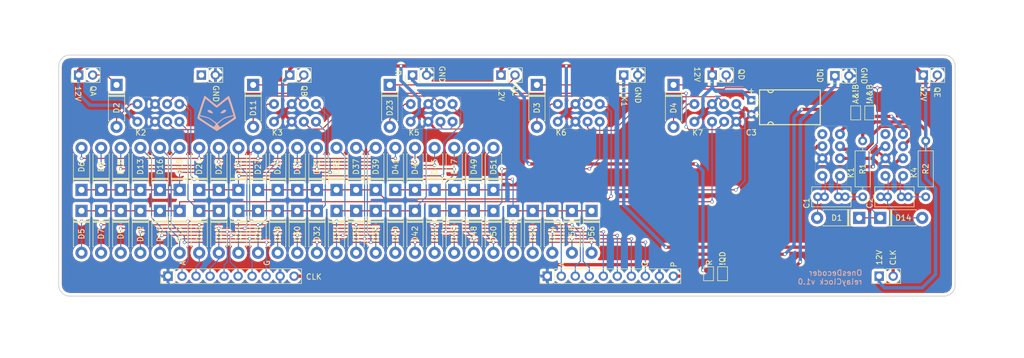
<source format=kicad_pcb>
(kicad_pcb (version 4) (host pcbnew 4.0.4+e1-6308~48~ubuntu16.04.1-stable)
  (layers (0 F.Cu signal) (31 B.Cu signal) (34 B.Paste user) (35 F.Paste user) (36 B.SilkS user) (37 F.SilkS user) (38 B.Mask user) (39 F.Mask user) (44 Edge.Cuts user))
  (net 0 "")
  (net 1 "Net-(C1-Pad1)")
  (net 2 "Net-(C1-Pad2)")
  (net 3 "Net-(C2-Pad1)")
  (net 4 "Net-(C2-Pad2)")
  (net 5 A)
  (net 6 QA)
  (net 7 "Net-(D2-Pad2)")
  (net 8 NUM0)
  (net 9 NUM4)
  (net 10 B)
  (net 11 C)
  (net 12 F)
  (net 13 D)
  (net 14 G)
  (net 15 QB)
  (net 16 "Net-(D11-Pad2)")
  (net 17 E)
  (net 18 NUM5)
  (net 19 NUM1)
  (net 20 NUM2)
  (net 21 QC)
  (net 22 "Net-(D23-Pad2)")
  (net 23 NUM3)
  (net 24 +12V)
  (net 25 RESET)
  (net 26 GND)
  (net 27 A&!B_POS)
  (net 28 !A&B_POS)
  (net 29 "Net-(K1-Pad2)")
  (net 30 "Net-(K1-Pad3)")
  (net 31 "Net-(K1-Pad6)")
  (net 32 "Net-(K2-Pad3)")
  (net 33 "Net-(K2-Pad6)")
  (net 34 "Net-(K3-Pad3)")
  (net 35 CLK1)
  (net 36 CLK2)
  (net 37 PIPE)
  (net 38 QE)
  (net 39 QD)
  (net 40 "Net-(D3-Pad2)")
  (net 41 "Net-(D4-Pad2)")
  (net 42 NUM6)
  (net 43 NUM7)
  (net 44 NUM8)
  (net 45 NUM9)
  (net 46 !QD)
  (net 47 "Net-(K5-Pad3)")
  (net 48 "Net-(K6-Pad3)")
  (module Jumper:SolderJumper_01x02 (layer F.Cu) (at 244.475 110.49 90)
    (fp_text reference JP1 hide)
    (fp_text value Jumper hide)
    (pad 1 smd rect (at -0.64 0 180) (size 1.27 0.97) (layers F.Cu F.Paste F.Mask) (net 27 A&!B_POS))
    (pad 2 smd rect (at 0.64 0 180) (size 1.27 0.97) (layers F.Cu F.Paste F.Mask) (net 36 CLK2))
  )
  (module Jumper:SolderJumper_01x02 (layer F.Cu) (at 247.015 110.49 90)
    (fp_text reference JP2 hide)
    (fp_text value Jumper hide)
    (pad 1 smd rect (at -0.64 0 180) (size 1.27 0.97) (layers F.Cu F.Paste F.Mask) (net 28 !A&B_POS))
    (pad 2 smd rect (at 0.64 0 180) (size 1.27 0.97) (layers F.Cu F.Paste F.Mask) (net 36 CLK2))
  )
  (module Jumper:SolderJumper_01x02 (layer F.Cu) (at 217.805 139.7 270)
    (fp_text reference JP3 hide)
    (fp_text value Jumper hide)
    (pad 1 smd rect (at -0.64 0) (size 1.27 0.97) (layers F.Cu F.Paste F.Mask) (net 25 RESET))
    (pad 2 smd rect (at 0.64 0) (size 1.27 0.97) (layers F.Cu F.Paste F.Mask) (net 37 PIPE))
  )
  (module Jumper:SolderJumper_01x02 (layer F.Cu) (at 220.345 139.7 270)
    (fp_text reference JP4 hide)
    (fp_text value Jumper hide)
    (pad 1 smd rect (at -0.64 0) (size 1.27 0.97) (layers F.Cu F.Paste F.Mask) (net 46 !QD))
    (pad 2 smd rect (at 0.64 0) (size 1.27 0.97) (layers F.Cu F.Paste F.Mask) (net 37 PIPE))
  )
  (module Resistor_THT:R_Axial_DIN0207_L6.3mm_D2.5mm_P10.16mm_Horizontal (layer F.Cu) (at 245.745 115.57 270)
    (fp_text reference R1 (at 5.08274 -0.00012 270) (layer F.SilkS))
    (fp_text value 100R)
    (pad 1 thru_hole circle (at 0 0 270) (size 1.6 1.6) (drill 0.8) (layers *.Cu *.Mask) (net 24 +12V))
    (pad 2 thru_hole oval (at 10.16 0 270) (size 1.6 1.6) (drill 0.8) (layers *.Cu *.Mask) (net 1 "Net-(C1-Pad1)"))
  )
  (module Resistor_THT:R_Axial_DIN0207_L6.3mm_D2.5mm_P10.16mm_Horizontal (layer F.Cu) (at 257.175 115.57 270)
    (fp_text reference R2 (at 5.08274 -0.00012 270) (layer F.SilkS))
    (fp_text value 100R)
    (pad 1 thru_hole circle (at 0 0 270) (size 1.6 1.6) (drill 0.8) (layers *.Cu *.Mask) (net 24 +12V))
    (pad 2 thru_hole oval (at 10.16 0 270) (size 1.6 1.6) (drill 0.8) (layers *.Cu *.Mask) (net 3 "Net-(C2-Pad1)"))
  )
  (module Capacitor_THT:C_Rect_L7.0mm_W3.5mm_P2.50mm_P5.00mm (layer F.Cu) (at 242.57 125.73 180)
    (fp_text reference C1 (at 6.98488 -1.14574 270) (layer F.SilkS))
    (fp_text value CP)
    (pad 1 thru_hole circle (at 1.25 0 180) (size 1.6 1.6) (drill 0.8) (layers *.Cu *.Mask) (net 1 "Net-(C1-Pad1)"))
    (pad 2 thru_hole circle (at 3.75 0 180) (size 1.6 1.6) (drill 0.8) (layers *.Cu *.Mask) (net 2 "Net-(C1-Pad2)"))
    (pad 1 thru_hole circle (at 0 0 180) (size 1.6 1.6) (drill 0.8) (layers *.Cu *.Mask) (net 1 "Net-(C1-Pad1)"))
    (pad 2 thru_hole circle (at 5 0 180) (size 1.6 1.6) (drill 0.8) (layers *.Cu *.Mask) (net 2 "Net-(C1-Pad2)"))
  )
  (module Capacitor_THT:C_Rect_L7.0mm_W3.5mm_P2.50mm_P5.00mm (layer F.Cu) (at 254 125.73 180)
    (fp_text reference C2 (at 6.98488 -1.14574 450) (layer F.SilkS))
    (fp_text value CP)
    (pad 1 thru_hole circle (at 1.25 0 180) (size 1.6 1.6) (drill 0.8) (layers *.Cu *.Mask) (net 3 "Net-(C2-Pad1)"))
    (pad 2 thru_hole circle (at 3.75 0 180) (size 1.6 1.6) (drill 0.8) (layers *.Cu *.Mask) (net 4 "Net-(C2-Pad2)"))
    (pad 1 thru_hole circle (at 0 0 180) (size 1.6 1.6) (drill 0.8) (layers *.Cu *.Mask) (net 3 "Net-(C2-Pad1)"))
    (pad 2 thru_hole circle (at 5 0 180) (size 1.6 1.6) (drill 0.8) (layers *.Cu *.Mask) (net 4 "Net-(C2-Pad2)"))
  )
  (module Diode_THT:D_DO-41_SOD81_P7.62mm_Horizontal (layer F.Cu) (at 245.11 129.54 180)
    (fp_text reference D1 (at 4.06388 -0.00274 180) (layer F.SilkS))
    (fp_text value D)
    (pad 1 thru_hole rect (at 0 0 180) (size 2.2 2.2) (drill 1.1) (layers *.Cu *.Mask) (net 38 QE))
    (pad 2 thru_hole oval (at 7.62 0 180) (size 2.2 2.2) (drill 1.1) (layers *.Cu *.Mask) (net 2 "Net-(C1-Pad2)"))
  )
  (module Diode_THT:D_DO-41_SOD81_P7.62mm_Horizontal (layer F.Cu) (at 248.92 129.54)
    (fp_text reference D14 (at 4.19112 0.00274) (layer F.SilkS))
    (fp_text value D)
    (pad 1 thru_hole rect (at 0 0) (size 2.2 2.2) (drill 1.1) (layers *.Cu *.Mask) (net 38 QE))
    (pad 2 thru_hole oval (at 7.62 0) (size 2.2 2.2) (drill 1.1) (layers *.Cu *.Mask) (net 4 "Net-(C2-Pad2)"))
  )
  (module Diode_THT:D_DO-41_SOD81_P7.62mm_Horizontal (layer F.Cu) (at 110.49 105.41 270)
    (fp_text reference D2 (at 4.19374 -0.00012 270) (layer F.SilkS))
    (fp_text value D)
    (pad 1 thru_hole rect (at 0 0 270) (size 2.2 2.2) (drill 1.1) (layers *.Cu *.Mask) (net 6 QA))
    (pad 2 thru_hole oval (at 7.62 0 270) (size 2.2 2.2) (drill 1.1) (layers *.Cu *.Mask) (net 7 "Net-(D2-Pad2)"))
  )
  (module Diode_THT:D_DO-41_SOD81_P7.62mm_Horizontal (layer F.Cu) (at 186.69 105.41 270)
    (fp_text reference D3 (at 4.19374 -0.00012 270) (layer F.SilkS))
    (fp_text value D)
    (pad 1 thru_hole rect (at 0 0 270) (size 2.2 2.2) (drill 1.1) (layers *.Cu *.Mask) (net 39 QD))
    (pad 2 thru_hole oval (at 7.62 0 270) (size 2.2 2.2) (drill 1.1) (layers *.Cu *.Mask) (net 40 "Net-(D3-Pad2)"))
  )
  (module Diode_THT:D_DO-41_SOD81_P7.62mm_Horizontal (layer F.Cu) (at 211.455 105.41 270)
    (fp_text reference D4 (at 4.19374 -0.00012 270) (layer F.SilkS))
    (fp_text value D)
    (pad 1 thru_hole rect (at 0 0 270) (size 2.2 2.2) (drill 1.1) (layers *.Cu *.Mask) (net 38 QE))
    (pad 2 thru_hole oval (at 7.62 0 270) (size 2.2 2.2) (drill 1.1) (layers *.Cu *.Mask) (net 41 "Net-(D4-Pad2)"))
  )
  (module Diode_THT:D_DO-41_SOD81_P7.62mm_Horizontal (layer F.Cu) (at 104.14 128.27 270)
    (fp_text reference D5 (at 4.19374 -0.00012 270) (layer F.SilkS))
    (fp_text value D)
    (pad 1 thru_hole rect (at 0 0 270) (size 2.2 2.2) (drill 1.1) (layers *.Cu *.Mask) (net 8 NUM0))
    (pad 2 thru_hole oval (at 7.62 0 270) (size 2.2 2.2) (drill 1.1) (layers *.Cu *.Mask) (net 5 A))
  )
  (module Diode_THT:D_DO-41_SOD81_P7.62mm_Horizontal (layer F.Cu) (at 104.14 124.46 90)
    (fp_text reference D6 (at 4.18826 0.00012 90) (layer F.SilkS))
    (fp_text value D)
    (pad 1 thru_hole rect (at 0 0 90) (size 2.2 2.2) (drill 1.1) (layers *.Cu *.Mask) (net 42 NUM6))
    (pad 2 thru_hole oval (at 7.62 0 90) (size 2.2 2.2) (drill 1.1) (layers *.Cu *.Mask) (net 5 A))
  )
  (module Diode_THT:D_DO-41_SOD81_P7.62mm_Horizontal (layer F.Cu) (at 107.696 128.27 270)
    (fp_text reference D7 (at 4.19374 -0.00012 270) (layer F.SilkS))
    (fp_text value D)
    (pad 1 thru_hole rect (at 0 0 270) (size 2.2 2.2) (drill 1.1) (layers *.Cu *.Mask) (net 8 NUM0))
    (pad 2 thru_hole oval (at 7.62 0 270) (size 2.2 2.2) (drill 1.1) (layers *.Cu *.Mask) (net 10 B))
  )
  (module Diode_THT:D_DO-41_SOD81_P7.62mm_Horizontal (layer F.Cu) (at 107.696 124.46 90)
    (fp_text reference D8 (at 4.18826 0.00012 90) (layer F.SilkS))
    (fp_text value D)
    (pad 1 thru_hole rect (at 0 0 90) (size 2.2 2.2) (drill 1.1) (layers *.Cu *.Mask) (net 42 NUM6))
    (pad 2 thru_hole oval (at 7.62 0 90) (size 2.2 2.2) (drill 1.1) (layers *.Cu *.Mask) (net 11 C))
  )
  (module Diode_THT:D_DO-41_SOD81_P7.62mm_Horizontal (layer F.Cu) (at 111.252 128.27 270)
    (fp_text reference D9 (at 4.19374 -0.00012 270) (layer F.SilkS))
    (fp_text value D)
    (pad 1 thru_hole rect (at 0 0 270) (size 2.2 2.2) (drill 1.1) (layers *.Cu *.Mask) (net 8 NUM0))
    (pad 2 thru_hole oval (at 7.62 0 270) (size 2.2 2.2) (drill 1.1) (layers *.Cu *.Mask) (net 11 C))
  )
  (module Diode_THT:D_DO-41_SOD81_P7.62mm_Horizontal (layer F.Cu) (at 111.252 124.46 90)
    (fp_text reference D10 (at 4.18826 0.00012 90) (layer F.SilkS))
    (fp_text value D)
    (pad 1 thru_hole rect (at 0 0 90) (size 2.2 2.2) (drill 1.1) (layers *.Cu *.Mask) (net 42 NUM6))
    (pad 2 thru_hole oval (at 7.62 0 90) (size 2.2 2.2) (drill 1.1) (layers *.Cu *.Mask) (net 13 D))
  )
  (module Diode_THT:D_DO-41_SOD81_P7.62mm_Horizontal (layer F.Cu) (at 135.255 105.41 270)
    (fp_text reference D11 (at 4.19374 -0.00012 270) (layer F.SilkS))
    (fp_text value D)
    (pad 1 thru_hole rect (at 0 0 270) (size 2.2 2.2) (drill 1.1) (layers *.Cu *.Mask) (net 15 QB))
    (pad 2 thru_hole oval (at 7.62 0 270) (size 2.2 2.2) (drill 1.1) (layers *.Cu *.Mask) (net 16 "Net-(D11-Pad2)"))
  )
  (module Diode_THT:D_DO-41_SOD81_P7.62mm_Horizontal (layer F.Cu) (at 114.808 128.27 270)
    (fp_text reference D12 (at 4.19374 -0.00012 270) (layer F.SilkS))
    (fp_text value D)
    (pad 1 thru_hole rect (at 0 0 270) (size 2.2 2.2) (drill 1.1) (layers *.Cu *.Mask) (net 8 NUM0))
    (pad 2 thru_hole oval (at 7.62 0 270) (size 2.2 2.2) (drill 1.1) (layers *.Cu *.Mask) (net 13 D))
  )
  (module Diode_THT:D_DO-41_SOD81_P7.62mm_Horizontal (layer F.Cu) (at 114.808 124.46 90)
    (fp_text reference D13 (at 4.18826 0.00012 90) (layer F.SilkS))
    (fp_text value D)
    (pad 1 thru_hole rect (at 0 0 90) (size 2.2 2.2) (drill 1.1) (layers *.Cu *.Mask) (net 42 NUM6))
    (pad 2 thru_hole oval (at 7.62 0 90) (size 2.2 2.2) (drill 1.1) (layers *.Cu *.Mask) (net 17 E))
  )
  (module Diode_THT:D_DO-41_SOD81_P7.62mm_Horizontal (layer F.Cu) (at 118.364 128.27 270)
    (fp_text reference D15 (at 4.19374 -0.00012 270) (layer F.SilkS))
    (fp_text value D)
    (pad 1 thru_hole rect (at 0 0 270) (size 2.2 2.2) (drill 1.1) (layers *.Cu *.Mask) (net 8 NUM0))
    (pad 2 thru_hole oval (at 7.62 0 270) (size 2.2 2.2) (drill 1.1) (layers *.Cu *.Mask) (net 17 E))
  )
  (module Diode_THT:D_DO-41_SOD81_P7.62mm_Horizontal (layer F.Cu) (at 118.364 124.46 90)
    (fp_text reference D16 (at 4.18826 0.00012 90) (layer F.SilkS))
    (fp_text value D)
    (pad 1 thru_hole rect (at 0 0 90) (size 2.2 2.2) (drill 1.1) (layers *.Cu *.Mask) (net 42 NUM6))
    (pad 2 thru_hole oval (at 7.62 0 90) (size 2.2 2.2) (drill 1.1) (layers *.Cu *.Mask) (net 12 F))
  )
  (module Diode_THT:D_DO-41_SOD81_P7.62mm_Horizontal (layer F.Cu) (at 121.92 128.27 270)
    (fp_text reference D17 (at 4.19374 -0.00012 270) (layer F.SilkS))
    (fp_text value D)
    (pad 1 thru_hole rect (at 0 0 270) (size 2.2 2.2) (drill 1.1) (layers *.Cu *.Mask) (net 8 NUM0))
    (pad 2 thru_hole oval (at 7.62 0 270) (size 2.2 2.2) (drill 1.1) (layers *.Cu *.Mask) (net 12 F))
  )
  (module Diode_THT:D_DO-41_SOD81_P7.62mm_Horizontal (layer F.Cu) (at 121.92 124.46 90)
    (fp_text reference D18 (at 4.18826 0.00012 90) (layer F.SilkS))
    (fp_text value D)
    (pad 1 thru_hole rect (at 0 0 90) (size 2.2 2.2) (drill 1.1) (layers *.Cu *.Mask) (net 42 NUM6))
    (pad 2 thru_hole oval (at 7.62 0 90) (size 2.2 2.2) (drill 1.1) (layers *.Cu *.Mask) (net 14 G))
  )
  (module Diode_THT:D_DO-41_SOD81_P7.62mm_Horizontal (layer F.Cu) (at 125.476 128.27 270)
    (fp_text reference D19 (at 4.19374 -0.00012 270) (layer F.SilkS))
    (fp_text value D)
    (pad 1 thru_hole rect (at 0 0 270) (size 2.2 2.2) (drill 1.1) (layers *.Cu *.Mask) (net 19 NUM1))
    (pad 2 thru_hole oval (at 7.62 0 270) (size 2.2 2.2) (drill 1.1) (layers *.Cu *.Mask) (net 10 B))
  )
  (module Diode_THT:D_DO-41_SOD81_P7.62mm_Horizontal (layer F.Cu) (at 125.476 124.46 90)
    (fp_text reference D20 (at 4.18826 0.00012 90) (layer F.SilkS))
    (fp_text value D)
    (pad 1 thru_hole rect (at 0 0 90) (size 2.2 2.2) (drill 1.1) (layers *.Cu *.Mask) (net 43 NUM7))
    (pad 2 thru_hole oval (at 7.62 0 90) (size 2.2 2.2) (drill 1.1) (layers *.Cu *.Mask) (net 5 A))
  )
  (module Diode_THT:D_DO-41_SOD81_P7.62mm_Horizontal (layer F.Cu) (at 129.032 128.27 270)
    (fp_text reference D21 (at 4.19374 -0.00012 270) (layer F.SilkS))
    (fp_text value D)
    (pad 1 thru_hole rect (at 0 0 270) (size 2.2 2.2) (drill 1.1) (layers *.Cu *.Mask) (net 19 NUM1))
    (pad 2 thru_hole oval (at 7.62 0 270) (size 2.2 2.2) (drill 1.1) (layers *.Cu *.Mask) (net 11 C))
  )
  (module Diode_THT:D_DO-41_SOD81_P7.62mm_Horizontal (layer F.Cu) (at 129.032 124.46 90)
    (fp_text reference D22 (at 4.18826 0.00012 90) (layer F.SilkS))
    (fp_text value D)
    (pad 1 thru_hole rect (at 0 0 90) (size 2.2 2.2) (drill 1.1) (layers *.Cu *.Mask) (net 43 NUM7))
    (pad 2 thru_hole oval (at 7.62 0 90) (size 2.2 2.2) (drill 1.1) (layers *.Cu *.Mask) (net 10 B))
  )
  (module Diode_THT:D_DO-41_SOD81_P7.62mm_Horizontal (layer F.Cu) (at 160.02 105.41 270)
    (fp_text reference D23 (at 4.19374 -0.00012 270) (layer F.SilkS))
    (fp_text value D)
    (pad 1 thru_hole rect (at 0 0 270) (size 2.2 2.2) (drill 1.1) (layers *.Cu *.Mask) (net 21 QC))
    (pad 2 thru_hole oval (at 7.62 0 270) (size 2.2 2.2) (drill 1.1) (layers *.Cu *.Mask) (net 22 "Net-(D23-Pad2)"))
  )
  (module Diode_THT:D_DO-41_SOD81_P7.62mm_Horizontal (layer F.Cu) (at 132.588 128.27 270)
    (fp_text reference D24 (at 4.19374 -0.00012 270) (layer F.SilkS))
    (fp_text value D)
    (pad 1 thru_hole rect (at 0 0 270) (size 2.2 2.2) (drill 1.1) (layers *.Cu *.Mask) (net 20 NUM2))
    (pad 2 thru_hole oval (at 7.62 0 270) (size 2.2 2.2) (drill 1.1) (layers *.Cu *.Mask) (net 5 A))
  )
  (module Diode_THT:D_DO-41_SOD81_P7.62mm_Horizontal (layer F.Cu) (at 132.588 124.46 90)
    (fp_text reference D25 (at 4.18826 0.00012 90) (layer F.SilkS))
    (fp_text value D)
    (pad 1 thru_hole rect (at 0 0 90) (size 2.2 2.2) (drill 1.1) (layers *.Cu *.Mask) (net 43 NUM7))
    (pad 2 thru_hole oval (at 7.62 0 90) (size 2.2 2.2) (drill 1.1) (layers *.Cu *.Mask) (net 11 C))
  )
  (module Diode_THT:D_DO-41_SOD81_P7.62mm_Horizontal (layer F.Cu) (at 136.144 128.27 270)
    (fp_text reference D26 (at 4.19374 -0.00012 270) (layer F.SilkS))
    (fp_text value D)
    (pad 1 thru_hole rect (at 0 0 270) (size 2.2 2.2) (drill 1.1) (layers *.Cu *.Mask) (net 20 NUM2))
    (pad 2 thru_hole oval (at 7.62 0 270) (size 2.2 2.2) (drill 1.1) (layers *.Cu *.Mask) (net 10 B))
  )
  (module Diode_THT:D_DO-41_SOD81_P7.62mm_Horizontal (layer F.Cu) (at 136.144 124.46 90)
    (fp_text reference D27 (at 4.18826 0.00012 90) (layer F.SilkS))
    (fp_text value D)
    (pad 1 thru_hole rect (at 0 0 90) (size 2.2 2.2) (drill 1.1) (layers *.Cu *.Mask) (net 44 NUM8))
    (pad 2 thru_hole oval (at 7.62 0 90) (size 2.2 2.2) (drill 1.1) (layers *.Cu *.Mask) (net 5 A))
  )
  (module Diode_THT:D_DO-41_SOD81_P7.62mm_Horizontal (layer F.Cu) (at 139.7 128.27 270)
    (fp_text reference D28 (at 4.19374 -0.00012 270) (layer F.SilkS))
    (fp_text value D)
    (pad 1 thru_hole rect (at 0 0 270) (size 2.2 2.2) (drill 1.1) (layers *.Cu *.Mask) (net 20 NUM2))
    (pad 2 thru_hole oval (at 7.62 0 270) (size 2.2 2.2) (drill 1.1) (layers *.Cu *.Mask) (net 13 D))
  )
  (module Diode_THT:D_DO-41_SOD81_P7.62mm_Horizontal (layer F.Cu) (at 139.7 124.46 90)
    (fp_text reference D29 (at 4.18826 0.00012 90) (layer F.SilkS))
    (fp_text value D)
    (pad 1 thru_hole rect (at 0 0 90) (size 2.2 2.2) (drill 1.1) (layers *.Cu *.Mask) (net 44 NUM8))
    (pad 2 thru_hole oval (at 7.62 0 90) (size 2.2 2.2) (drill 1.1) (layers *.Cu *.Mask) (net 10 B))
  )
  (module Diode_THT:D_DO-41_SOD81_P7.62mm_Horizontal (layer F.Cu) (at 143.256 128.27 270)
    (fp_text reference D30 (at 4.19374 -0.00012 270) (layer F.SilkS))
    (fp_text value D)
    (pad 1 thru_hole rect (at 0 0 270) (size 2.2 2.2) (drill 1.1) (layers *.Cu *.Mask) (net 20 NUM2))
    (pad 2 thru_hole oval (at 7.62 0 270) (size 2.2 2.2) (drill 1.1) (layers *.Cu *.Mask) (net 17 E))
  )
  (module Diode_THT:D_DO-41_SOD81_P7.62mm_Horizontal (layer F.Cu) (at 143.256 124.46 90)
    (fp_text reference D31 (at 4.18826 0.00012 90) (layer F.SilkS))
    (fp_text value D)
    (pad 1 thru_hole rect (at 0 0 90) (size 2.2 2.2) (drill 1.1) (layers *.Cu *.Mask) (net 44 NUM8))
    (pad 2 thru_hole oval (at 7.62 0 90) (size 2.2 2.2) (drill 1.1) (layers *.Cu *.Mask) (net 11 C))
  )
  (module Diode_THT:D_DO-41_SOD81_P7.62mm_Horizontal (layer F.Cu) (at 146.812 128.27 270)
    (fp_text reference D32 (at 4.19374 -0.00012 270) (layer F.SilkS))
    (fp_text value D)
    (pad 1 thru_hole rect (at 0 0 270) (size 2.2 2.2) (drill 1.1) (layers *.Cu *.Mask) (net 20 NUM2))
    (pad 2 thru_hole oval (at 7.62 0 270) (size 2.2 2.2) (drill 1.1) (layers *.Cu *.Mask) (net 14 G))
  )
  (module Diode_THT:D_DO-41_SOD81_P7.62mm_Horizontal (layer F.Cu) (at 146.812 124.46 90)
    (fp_text reference D33 (at 4.18826 0.00012 90) (layer F.SilkS))
    (fp_text value D)
    (pad 1 thru_hole rect (at 0 0 90) (size 2.2 2.2) (drill 1.1) (layers *.Cu *.Mask) (net 44 NUM8))
    (pad 2 thru_hole oval (at 7.62 0 90) (size 2.2 2.2) (drill 1.1) (layers *.Cu *.Mask) (net 13 D))
  )
  (module Diode_THT:D_DO-41_SOD81_P7.62mm_Horizontal (layer F.Cu) (at 150.368 128.27 270)
    (fp_text reference D34 (at 4.19374 -0.00012 270) (layer F.SilkS))
    (fp_text value D)
    (pad 1 thru_hole rect (at 0 0 270) (size 2.2 2.2) (drill 1.1) (layers *.Cu *.Mask) (net 23 NUM3))
    (pad 2 thru_hole oval (at 7.62 0 270) (size 2.2 2.2) (drill 1.1) (layers *.Cu *.Mask) (net 5 A))
  )
  (module Diode_THT:D_DO-41_SOD81_P7.62mm_Horizontal (layer F.Cu) (at 150.368 124.46 90)
    (fp_text reference D35 (at 4.18826 0.00012 90) (layer F.SilkS))
    (fp_text value D)
    (pad 1 thru_hole rect (at 0 0 90) (size 2.2 2.2) (drill 1.1) (layers *.Cu *.Mask) (net 44 NUM8))
    (pad 2 thru_hole oval (at 7.62 0 90) (size 2.2 2.2) (drill 1.1) (layers *.Cu *.Mask) (net 17 E))
  )
  (module Diode_THT:D_DO-41_SOD81_P7.62mm_Horizontal (layer F.Cu) (at 153.924 128.27 270)
    (fp_text reference D36 (at 4.19374 -0.00012 270) (layer F.SilkS))
    (fp_text value D)
    (pad 1 thru_hole rect (at 0 0 270) (size 2.2 2.2) (drill 1.1) (layers *.Cu *.Mask) (net 23 NUM3))
    (pad 2 thru_hole oval (at 7.62 0 270) (size 2.2 2.2) (drill 1.1) (layers *.Cu *.Mask) (net 10 B))
  )
  (module Diode_THT:D_DO-41_SOD81_P7.62mm_Horizontal (layer F.Cu) (at 153.924 124.46 90)
    (fp_text reference D37 (at 4.18826 0.00012 90) (layer F.SilkS))
    (fp_text value D)
    (pad 1 thru_hole rect (at 0 0 90) (size 2.2 2.2) (drill 1.1) (layers *.Cu *.Mask) (net 44 NUM8))
    (pad 2 thru_hole oval (at 7.62 0 90) (size 2.2 2.2) (drill 1.1) (layers *.Cu *.Mask) (net 12 F))
  )
  (module Diode_THT:D_DO-41_SOD81_P7.62mm_Horizontal (layer F.Cu) (at 157.48 128.27 270)
    (fp_text reference D38 (at 4.19374 -0.00012 270) (layer F.SilkS))
    (fp_text value D)
    (pad 1 thru_hole rect (at 0 0 270) (size 2.2 2.2) (drill 1.1) (layers *.Cu *.Mask) (net 23 NUM3))
    (pad 2 thru_hole oval (at 7.62 0 270) (size 2.2 2.2) (drill 1.1) (layers *.Cu *.Mask) (net 11 C))
  )
  (module Diode_THT:D_DO-41_SOD81_P7.62mm_Horizontal (layer F.Cu) (at 157.48 124.46 90)
    (fp_text reference D39 (at 4.18826 0.00012 90) (layer F.SilkS))
    (fp_text value D)
    (pad 1 thru_hole rect (at 0 0 90) (size 2.2 2.2) (drill 1.1) (layers *.Cu *.Mask) (net 44 NUM8))
    (pad 2 thru_hole oval (at 7.62 0 90) (size 2.2 2.2) (drill 1.1) (layers *.Cu *.Mask) (net 14 G))
  )
  (module Diode_THT:D_DO-41_SOD81_P7.62mm_Horizontal (layer F.Cu) (at 161.036 128.27 270)
    (fp_text reference D40 (at 4.19374 -0.00012 270) (layer F.SilkS))
    (fp_text value D)
    (pad 1 thru_hole rect (at 0 0 270) (size 2.2 2.2) (drill 1.1) (layers *.Cu *.Mask) (net 23 NUM3))
    (pad 2 thru_hole oval (at 7.62 0 270) (size 2.2 2.2) (drill 1.1) (layers *.Cu *.Mask) (net 13 D))
  )
  (module Diode_THT:D_DO-41_SOD81_P7.62mm_Horizontal (layer F.Cu) (at 161.036 124.46 90)
    (fp_text reference D41 (at 4.18826 0.00012 90) (layer F.SilkS))
    (fp_text value D)
    (pad 1 thru_hole rect (at 0 0 90) (size 2.2 2.2) (drill 1.1) (layers *.Cu *.Mask) (net 45 NUM9))
    (pad 2 thru_hole oval (at 7.62 0 90) (size 2.2 2.2) (drill 1.1) (layers *.Cu *.Mask) (net 5 A))
  )
  (module Diode_THT:D_DO-41_SOD81_P7.62mm_Horizontal (layer F.Cu) (at 164.592 128.27 270)
    (fp_text reference D42 (at 4.19374 -0.00012 270) (layer F.SilkS))
    (fp_text value D)
    (pad 1 thru_hole rect (at 0 0 270) (size 2.2 2.2) (drill 1.1) (layers *.Cu *.Mask) (net 23 NUM3))
    (pad 2 thru_hole oval (at 7.62 0 270) (size 2.2 2.2) (drill 1.1) (layers *.Cu *.Mask) (net 14 G))
  )
  (module Diode_THT:D_DO-41_SOD81_P7.62mm_Horizontal (layer F.Cu) (at 164.592 124.46 90)
    (fp_text reference D43 (at 4.18826 0.00012 90) (layer F.SilkS))
    (fp_text value D)
    (pad 1 thru_hole rect (at 0 0 90) (size 2.2 2.2) (drill 1.1) (layers *.Cu *.Mask) (net 45 NUM9))
    (pad 2 thru_hole oval (at 7.62 0 90) (size 2.2 2.2) (drill 1.1) (layers *.Cu *.Mask) (net 10 B))
  )
  (module Diode_THT:D_DO-41_SOD81_P7.62mm_Horizontal (layer F.Cu) (at 168.148 128.27 270)
    (fp_text reference D44 (at 4.19374 -0.00012 270) (layer F.SilkS))
    (fp_text value D)
    (pad 1 thru_hole rect (at 0 0 270) (size 2.2 2.2) (drill 1.1) (layers *.Cu *.Mask) (net 9 NUM4))
    (pad 2 thru_hole oval (at 7.62 0 270) (size 2.2 2.2) (drill 1.1) (layers *.Cu *.Mask) (net 10 B))
  )
  (module Diode_THT:D_DO-41_SOD81_P7.62mm_Horizontal (layer F.Cu) (at 168.148 124.46 90)
    (fp_text reference D45 (at 4.18826 0.00012 90) (layer F.SilkS))
    (fp_text value D)
    (pad 1 thru_hole rect (at 0 0 90) (size 2.2 2.2) (drill 1.1) (layers *.Cu *.Mask) (net 45 NUM9))
    (pad 2 thru_hole oval (at 7.62 0 90) (size 2.2 2.2) (drill 1.1) (layers *.Cu *.Mask) (net 11 C))
  )
  (module Diode_THT:D_DO-41_SOD81_P7.62mm_Horizontal (layer F.Cu) (at 171.704 128.27 270)
    (fp_text reference D46 (at 4.19374 -0.00012 270) (layer F.SilkS))
    (fp_text value D)
    (pad 1 thru_hole rect (at 0 0 270) (size 2.2 2.2) (drill 1.1) (layers *.Cu *.Mask) (net 9 NUM4))
    (pad 2 thru_hole oval (at 7.62 0 270) (size 2.2 2.2) (drill 1.1) (layers *.Cu *.Mask) (net 11 C))
  )
  (module Diode_THT:D_DO-41_SOD81_P7.62mm_Horizontal (layer F.Cu) (at 171.704 124.46 90)
    (fp_text reference D47 (at 4.18826 0.00012 90) (layer F.SilkS))
    (fp_text value D)
    (pad 1 thru_hole rect (at 0 0 90) (size 2.2 2.2) (drill 1.1) (layers *.Cu *.Mask) (net 45 NUM9))
    (pad 2 thru_hole oval (at 7.62 0 90) (size 2.2 2.2) (drill 1.1) (layers *.Cu *.Mask) (net 13 D))
  )
  (module Diode_THT:D_DO-41_SOD81_P7.62mm_Horizontal (layer F.Cu) (at 175.26 128.27 270)
    (fp_text reference D48 (at 4.19374 -0.00012 270) (layer F.SilkS))
    (fp_text value D)
    (pad 1 thru_hole rect (at 0 0 270) (size 2.2 2.2) (drill 1.1) (layers *.Cu *.Mask) (net 9 NUM4))
    (pad 2 thru_hole oval (at 7.62 0 270) (size 2.2 2.2) (drill 1.1) (layers *.Cu *.Mask) (net 12 F))
  )
  (module Diode_THT:D_DO-41_SOD81_P7.62mm_Horizontal (layer F.Cu) (at 175.26 124.46 90)
    (fp_text reference D49 (at 4.18826 0.00012 90) (layer F.SilkS))
    (fp_text value D)
    (pad 1 thru_hole rect (at 0 0 90) (size 2.2 2.2) (drill 1.1) (layers *.Cu *.Mask) (net 45 NUM9))
    (pad 2 thru_hole oval (at 7.62 0 90) (size 2.2 2.2) (drill 1.1) (layers *.Cu *.Mask) (net 12 F))
  )
  (module Diode_THT:D_DO-41_SOD81_P7.62mm_Horizontal (layer F.Cu) (at 178.816 128.27 270)
    (fp_text reference D50 (at 4.19374 -0.00012 270) (layer F.SilkS))
    (fp_text value D)
    (pad 1 thru_hole rect (at 0 0 270) (size 2.2 2.2) (drill 1.1) (layers *.Cu *.Mask) (net 9 NUM4))
    (pad 2 thru_hole oval (at 7.62 0 270) (size 2.2 2.2) (drill 1.1) (layers *.Cu *.Mask) (net 14 G))
  )
  (module Diode_THT:D_DO-41_SOD81_P7.62mm_Horizontal (layer F.Cu) (at 178.816 124.46 90)
    (fp_text reference D51 (at 4.18826 0.00012 90) (layer F.SilkS))
    (fp_text value D)
    (pad 1 thru_hole rect (at 0 0 90) (size 2.2 2.2) (drill 1.1) (layers *.Cu *.Mask) (net 45 NUM9))
    (pad 2 thru_hole oval (at 7.62 0 90) (size 2.2 2.2) (drill 1.1) (layers *.Cu *.Mask) (net 14 G))
  )
  (module Diode_THT:D_DO-41_SOD81_P7.62mm_Horizontal (layer F.Cu) (at 182.372 128.27 270)
    (fp_text reference D52 (at 4.19374 -0.00012 270) (layer F.SilkS))
    (fp_text value D)
    (pad 1 thru_hole rect (at 0 0 270) (size 2.2 2.2) (drill 1.1) (layers *.Cu *.Mask) (net 18 NUM5))
    (pad 2 thru_hole oval (at 7.62 0 270) (size 2.2 2.2) (drill 1.1) (layers *.Cu *.Mask) (net 5 A))
  )
  (module Diode_THT:D_DO-41_SOD81_P7.62mm_Horizontal (layer F.Cu) (at 185.928 128.27 270)
    (fp_text reference D53 (at 4.19374 -0.00012 270) (layer F.SilkS))
    (fp_text value D)
    (pad 1 thru_hole rect (at 0 0 270) (size 2.2 2.2) (drill 1.1) (layers *.Cu *.Mask) (net 18 NUM5))
    (pad 2 thru_hole oval (at 7.62 0 270) (size 2.2 2.2) (drill 1.1) (layers *.Cu *.Mask) (net 11 C))
  )
  (module Diode_THT:D_DO-41_SOD81_P7.62mm_Horizontal (layer F.Cu) (at 189.484 128.27 270)
    (fp_text reference D54 (at 4.19374 -0.00012 270) (layer F.SilkS))
    (fp_text value D)
    (pad 1 thru_hole rect (at 0 0 270) (size 2.2 2.2) (drill 1.1) (layers *.Cu *.Mask) (net 18 NUM5))
    (pad 2 thru_hole oval (at 7.62 0 270) (size 2.2 2.2) (drill 1.1) (layers *.Cu *.Mask) (net 13 D))
  )
  (module Diode_THT:D_DO-41_SOD81_P7.62mm_Horizontal (layer F.Cu) (at 193.04 128.27 270)
    (fp_text reference D55 (at 4.19374 -0.00012 270) (layer F.SilkS))
    (fp_text value D)
    (pad 1 thru_hole rect (at 0 0 270) (size 2.2 2.2) (drill 1.1) (layers *.Cu *.Mask) (net 18 NUM5))
    (pad 2 thru_hole oval (at 7.62 0 270) (size 2.2 2.2) (drill 1.1) (layers *.Cu *.Mask) (net 12 F))
  )
  (module Diode_THT:D_DO-41_SOD81_P7.62mm_Horizontal (layer F.Cu) (at 196.596 128.27 270)
    (fp_text reference D56 (at 4.19374 -0.00012 270) (layer F.SilkS))
    (fp_text value D)
    (pad 1 thru_hole rect (at 0 0 270) (size 2.2 2.2) (drill 1.1) (layers *.Cu *.Mask) (net 18 NUM5))
    (pad 2 thru_hole oval (at 7.62 0 270) (size 2.2 2.2) (drill 1.1) (layers *.Cu *.Mask) (net 14 G))
  )
  (module Connector_PinHeader_2.54mm:PinHeader_1x02_P2.54mm_Vertical (layer F.Cu) (at 103.62 103.62 90)
    (fp_text reference J1 hide)
    (fp_text value Conn_01x02)
    (pad 1 thru_hole rect (at 0 0 90) (size 1.7 1.7) (drill 1) (layers *.Cu *.Mask) (net 24 +12V))
    (pad 2 thru_hole oval (at 0 2.54 90) (size 1.7 1.7) (drill 1) (layers *.Cu *.Mask) (net 6 QA))
  )
  (module Connector_PinHeader_2.54mm:PinHeader_1x02_P2.54mm_Vertical (layer F.Cu) (at 141.9 103.62 90)
    (fp_text reference J2 hide)
    (fp_text value Conn_01x02 hide)
    (pad 1 thru_hole rect (at 0 0 90) (size 1.7 1.7) (drill 1) (layers *.Cu *.Mask) (net 24 +12V))
    (pad 2 thru_hole oval (at 0 2.54 90) (size 1.7 1.7) (drill 1) (layers *.Cu *.Mask) (net 15 QB))
  )
  (module Connector_PinHeader_2.54mm:PinHeader_1x02_P2.54mm_Vertical (layer F.Cu) (at 180.18 103.62 90)
    (fp_text reference J3 hide)
    (fp_text value Conn_01x02 hide)
    (pad 1 thru_hole rect (at 0 0 90) (size 1.7 1.7) (drill 1) (layers *.Cu *.Mask) (net 24 +12V))
    (pad 2 thru_hole oval (at 0 2.54 90) (size 1.7 1.7) (drill 1) (layers *.Cu *.Mask) (net 21 QC))
  )
  (module Connector_PinHeader_2.54mm:PinHeader_1x02_P2.54mm_Vertical (layer F.Cu) (at 218.46 103.62 90)
    (fp_text reference J4 hide)
    (fp_text value Conn_01x02 hide)
    (pad 1 thru_hole rect (at 0 0 90) (size 1.7 1.7) (drill 1) (layers *.Cu *.Mask) (net 24 +12V))
    (pad 2 thru_hole oval (at 0 2.54 90) (size 1.7 1.7) (drill 1) (layers *.Cu *.Mask) (net 39 QD))
  )
  (module Connector_PinHeader_2.54mm:PinHeader_1x02_P2.54mm_Vertical (layer F.Cu) (at 125.87 103.62 90)
    (fp_text reference J5 hide)
    (fp_text value Conn_01x02)
    (pad 1 thru_hole rect (at 0 0 90) (size 1.7 1.7) (drill 1) (layers *.Cu *.Mask))
    (pad 2 thru_hole oval (at 0 2.54 90) (size 1.7 1.7) (drill 1) (layers *.Cu *.Mask) (net 26 GND))
  )
  (module Connector_PinHeader_2.54mm:PinHeader_1x02_P2.54mm_Vertical (layer F.Cu) (at 164.15 103.62 90)
    (fp_text reference J6 hide)
    (fp_text value Conn_01x02 hide)
    (pad 1 thru_hole rect (at 0 0 90) (size 1.7 1.7) (drill 1) (layers *.Cu *.Mask) (net 25 RESET))
    (pad 2 thru_hole oval (at 0 2.54 90) (size 1.7 1.7) (drill 1) (layers *.Cu *.Mask) (net 26 GND))
  )
  (module Connector_PinHeader_2.54mm:PinHeader_1x02_P2.54mm_Vertical (layer F.Cu) (at 202.43 103.62 90)
    (fp_text reference J7 hide)
    (fp_text value Conn_01x02 hide)
    (pad 1 thru_hole rect (at 0 0 90) (size 1.7 1.7) (drill 1) (layers *.Cu *.Mask) (net 35 CLK1))
    (pad 2 thru_hole oval (at 0 2.54 90) (size 1.7 1.7) (drill 1) (layers *.Cu *.Mask) (net 26 GND))
  )
  (module Connector_PinHeader_2.54mm:PinHeader_1x10_P2.54mm_Vertical (layer F.Cu) (at 188.57 140.13 90)
    (fp_text reference J8 hide)
    (fp_text value Conn_01x10 hide)
    (pad 1 thru_hole rect (at 0 0 90) (size 1.7 1.7) (drill 1) (layers *.Cu *.Mask) (net 26 GND))
    (pad 2 thru_hole oval (at 0 2.54 90) (size 1.7 1.7) (drill 1) (layers *.Cu *.Mask) (net 5 A))
    (pad 3 thru_hole oval (at 0 5.08 90) (size 1.7 1.7) (drill 1) (layers *.Cu *.Mask) (net 10 B))
    (pad 4 thru_hole oval (at 0 7.62 90) (size 1.7 1.7) (drill 1) (layers *.Cu *.Mask) (net 11 C))
    (pad 5 thru_hole oval (at 0 10.16 90) (size 1.7 1.7) (drill 1) (layers *.Cu *.Mask) (net 13 D))
    (pad 6 thru_hole oval (at 0 12.7 90) (size 1.7 1.7) (drill 1) (layers *.Cu *.Mask) (net 17 E))
    (pad 7 thru_hole oval (at 0 15.24 90) (size 1.7 1.7) (drill 1) (layers *.Cu *.Mask) (net 12 F))
    (pad 8 thru_hole oval (at 0 17.78 90) (size 1.7 1.7) (drill 1) (layers *.Cu *.Mask) (net 14 G))
    (pad 9 thru_hole oval (at 0 20.32 90) (size 1.7 1.7) (drill 1) (layers *.Cu *.Mask) (net 26 GND))
    (pad 10 thru_hole oval (at 0 22.86 90) (size 1.7 1.7) (drill 1) (layers *.Cu *.Mask) (net 37 PIPE))
  )
  (module Connector_PinHeader_2.54mm:PinHeader_1x10_P2.54mm_Vertical (layer F.Cu) (at 119.82 140.13 90)
    (fp_text reference J9 hide)
    (fp_text value Conn_01x10 hide)
    (pad 1 thru_hole rect (at 0 0 90) (size 1.7 1.7) (drill 1) (layers *.Cu *.Mask) (net 26 GND))
    (pad 2 thru_hole oval (at 0 2.54 90) (size 1.7 1.7) (drill 1) (layers *.Cu *.Mask) (net 5 A))
    (pad 3 thru_hole oval (at 0 5.08 90) (size 1.7 1.7) (drill 1) (layers *.Cu *.Mask) (net 10 B))
    (pad 4 thru_hole oval (at 0 7.62 90) (size 1.7 1.7) (drill 1) (layers *.Cu *.Mask) (net 11 C))
    (pad 5 thru_hole oval (at 0 10.16 90) (size 1.7 1.7) (drill 1) (layers *.Cu *.Mask) (net 13 D))
    (pad 6 thru_hole oval (at 0 12.7 90) (size 1.7 1.7) (drill 1) (layers *.Cu *.Mask) (net 17 E))
    (pad 7 thru_hole oval (at 0 15.24 90) (size 1.7 1.7) (drill 1) (layers *.Cu *.Mask) (net 12 F))
    (pad 8 thru_hole oval (at 0 17.78 90) (size 1.7 1.7) (drill 1) (layers *.Cu *.Mask) (net 14 G))
    (pad 9 thru_hole oval (at 0 20.32 90) (size 1.7 1.7) (drill 1) (layers *.Cu *.Mask) (net 26 GND))
    (pad 10 thru_hole oval (at 0 22.86 90) (size 1.7 1.7) (drill 1) (layers *.Cu *.Mask) (net 36 CLK2))
  )
  (module Connector_PinHeader_2.54mm:PinHeader_1x02_P2.54mm_Vertical (layer F.Cu) (at 256.74 103.62 90)
    (fp_text reference J10 hide)
    (fp_text value Conn_01x02 hide)
    (pad 1 thru_hole rect (at 0 0 90) (size 1.7 1.7) (drill 1) (layers *.Cu *.Mask) (net 24 +12V))
    (pad 2 thru_hole oval (at 0 2.54 90) (size 1.7 1.7) (drill 1) (layers *.Cu *.Mask) (net 38 QE))
  )
  (module Connector_PinHeader_2.54mm:PinHeader_1x02_P2.54mm_Vertical (layer F.Cu) (at 248.73 140.13 90)
    (fp_text reference J11 hide)
    (fp_text value Conn_01x02 hide)
    (pad 1 thru_hole rect (at 0 0 90) (size 1.7 1.7) (drill 1) (layers *.Cu *.Mask) (net 24 +12V))
    (pad 2 thru_hole oval (at 0 2.54 90) (size 1.7 1.7) (drill 1) (layers *.Cu *.Mask) (net 35 CLK1))
  )
  (module Connector_PinHeader_2.54mm:PinHeader_1x02_P2.54mm_Vertical (layer F.Cu) (at 240.71 103.759 90)
    (fp_text reference J12 hide)
    (fp_text value Conn_01x02 hide)
    (pad 1 thru_hole rect (at 0 0 90) (size 1.7 1.7) (drill 1) (layers *.Cu *.Mask) (net 46 !QD))
    (pad 2 thru_hole oval (at 0 2.54 90) (size 1.7 1.7) (drill 1) (layers *.Cu *.Mask) (net 26 GND))
  )
  (module relayclock:CP_Radial_D6.3mm_P2.50mm_W11.00mm_vertical (layer F.Cu) (at 225.552 109.474)
    (fp_text reference C3 (at 0 4.6) (layer F.SilkS))
    (fp_text value CP)
    (fp_text user + (at 0 -3.048) (layer F.SilkS))
    (pad 1 thru_hole rect (at 0 -1.27) (size 1.524 1.524) (drill 0.762) (layers *.Cu *.Mask) (net 24 +12V))
    (pad 2 thru_hole circle (at 0 1.27) (size 1.524 1.524) (drill 0.762) (layers *.Cu *.Mask) (net 26 GND))
  )
  (module relayclock:FOX (layer B.Cu) (at 127.635 114.3 180)
    (fp_text reference G*** hide)
    (fp_text value LOGO hide)
  )
  (module relayclock:FTR-B4_PTH (layer F.Cu) (at 167.005 110.49)
    (fp_text reference K5 (at -2.6 3.6 180) (layer F.SilkS))
    (fp_text value FTR-B4)
    (pad 1 thru_hole circle (at -3.2 1.6) (size 1.8 1.8) (drill 0.85) (layers *.Cu *.Mask) (net 24 +12V))
    (pad 2 thru_hole circle (at 0 1.6) (size 1.8 1.8) (drill 0.85) (layers *.Cu *.Mask) (net 26 GND))
    (pad 3 thru_hole circle (at 2.2 1.6) (size 1.8 1.8) (drill 0.85) (layers *.Cu *.Mask) (net 47 "Net-(K5-Pad3)"))
    (pad 4 thru_hole circle (at 4.4 1.6) (size 1.8 1.8) (drill 0.85) (layers *.Cu *.Mask) (net 23 NUM3))
    (pad 5 thru_hole circle (at 4.4 -1.6) (size 1.8 1.8) (drill 0.85) (layers *.Cu *.Mask) (net 43 NUM7))
    (pad 6 thru_hole circle (at 2.2 -1.6) (size 1.8 1.8) (drill 0.85) (layers *.Cu *.Mask) (net 34 "Net-(K3-Pad3)"))
    (pad 7 thru_hole circle (at 0 -1.6) (size 1.8 1.8) (drill 0.85) (layers *.Cu *.Mask) (net 26 GND))
    (pad 8 thru_hole circle (at -3.2 -1.6) (size 1.8 1.8) (drill 0.85) (layers *.Cu *.Mask) (net 22 "Net-(D23-Pad2)"))
  )
  (module relayclock:FTR-B4_PTH (layer F.Cu) (at 117.475 110.49)
    (fp_text reference K2 (at -2.6 3.6 180) (layer F.SilkS))
    (fp_text value FTR-B4)
    (pad 1 thru_hole circle (at -3.2 1.6) (size 1.8 1.8) (drill 0.85) (layers *.Cu *.Mask) (net 24 +12V))
    (pad 2 thru_hole circle (at 0 1.6) (size 1.8 1.8) (drill 0.85) (layers *.Cu *.Mask) (net 26 GND))
    (pad 3 thru_hole circle (at 2.2 1.6) (size 1.8 1.8) (drill 0.85) (layers *.Cu *.Mask) (net 32 "Net-(K2-Pad3)"))
    (pad 4 thru_hole circle (at 4.4 1.6) (size 1.8 1.8) (drill 0.85) (layers *.Cu *.Mask) (net 19 NUM1))
    (pad 5 thru_hole circle (at 4.4 -1.6) (size 1.8 1.8) (drill 0.85) (layers *.Cu *.Mask) (net 18 NUM5))
    (pad 6 thru_hole circle (at 2.2 -1.6) (size 1.8 1.8) (drill 0.85) (layers *.Cu *.Mask) (net 33 "Net-(K2-Pad6)"))
    (pad 7 thru_hole circle (at 0 -1.6) (size 1.8 1.8) (drill 0.85) (layers *.Cu *.Mask) (net 26 GND))
    (pad 8 thru_hole circle (at -3.2 -1.6) (size 1.8 1.8) (drill 0.85) (layers *.Cu *.Mask) (net 7 "Net-(D2-Pad2)"))
  )
  (module relayclock:FTR-B4_PTH (layer F.Cu) (at 218.44 110.49)
    (fp_text reference K7 (at -2.6 3.6 180) (layer F.SilkS))
    (fp_text value FTR-B4)
    (pad 1 thru_hole circle (at -3.2 1.6) (size 1.8 1.8) (drill 0.85) (layers *.Cu *.Mask) (net 24 +12V))
    (pad 2 thru_hole circle (at 0 1.6) (size 1.8 1.8) (drill 0.85) (layers *.Cu *.Mask) (net 8 NUM0))
    (pad 3 thru_hole circle (at 2.2 1.6) (size 1.8 1.8) (drill 0.85) (layers *.Cu *.Mask) (net 33 "Net-(K2-Pad6)"))
    (pad 4 thru_hole circle (at 4.4 1.6) (size 1.8 1.8) (drill 0.85) (layers *.Cu *.Mask) (net 26 GND))
    (pad 5 thru_hole circle (at 4.4 -1.6) (size 1.8 1.8) (drill 0.85) (layers *.Cu *.Mask) (net 45 NUM9))
    (pad 6 thru_hole circle (at 2.2 -1.6) (size 1.8 1.8) (drill 0.85) (layers *.Cu *.Mask) (net 48 "Net-(K6-Pad3)"))
    (pad 7 thru_hole circle (at 0 -1.6) (size 1.8 1.8) (drill 0.85) (layers *.Cu *.Mask) (net 26 GND))
    (pad 8 thru_hole circle (at -3.2 -1.6) (size 1.8 1.8) (drill 0.85) (layers *.Cu *.Mask) (net 41 "Net-(D4-Pad2)"))
  )
  (module relayclock:FTR-B4_PTH (layer F.Cu) (at 193.675 110.49)
    (fp_text reference K6 (at -2.6 3.6 180) (layer F.SilkS))
    (fp_text value FTR-B4)
    (pad 1 thru_hole circle (at -3.2 1.6) (size 1.8 1.8) (drill 0.85) (layers *.Cu *.Mask) (net 24 +12V))
    (pad 2 thru_hole circle (at 0 1.6) (size 1.8 1.8) (drill 0.85) (layers *.Cu *.Mask) (net 26 GND))
    (pad 3 thru_hole circle (at 2.2 1.6) (size 1.8 1.8) (drill 0.85) (layers *.Cu *.Mask) (net 48 "Net-(K6-Pad3)"))
    (pad 4 thru_hole circle (at 4.4 1.6) (size 1.8 1.8) (drill 0.85) (layers *.Cu *.Mask) (net 9 NUM4))
    (pad 5 thru_hole circle (at 4.4 -1.6) (size 1.8 1.8) (drill 0.85) (layers *.Cu *.Mask) (net 44 NUM8))
    (pad 6 thru_hole circle (at 2.2 -1.6) (size 1.8 1.8) (drill 0.85) (layers *.Cu *.Mask) (net 47 "Net-(K5-Pad3)"))
    (pad 7 thru_hole circle (at 0 -1.6) (size 1.8 1.8) (drill 0.85) (layers *.Cu *.Mask) (net 26 GND))
    (pad 8 thru_hole circle (at -3.2 -1.6) (size 1.8 1.8) (drill 0.85) (layers *.Cu *.Mask) (net 40 "Net-(D3-Pad2)"))
  )
  (module relayclock:FTR-B4_PTH (layer F.Cu) (at 142.24 110.49)
    (fp_text reference K3 (at -2.6 3.6 180) (layer F.SilkS))
    (fp_text value FTR-B4)
    (pad 1 thru_hole circle (at -3.2 1.6) (size 1.8 1.8) (drill 0.85) (layers *.Cu *.Mask) (net 24 +12V))
    (pad 2 thru_hole circle (at 0 1.6) (size 1.8 1.8) (drill 0.85) (layers *.Cu *.Mask) (net 26 GND))
    (pad 3 thru_hole circle (at 2.2 1.6) (size 1.8 1.8) (drill 0.85) (layers *.Cu *.Mask) (net 34 "Net-(K3-Pad3)"))
    (pad 4 thru_hole circle (at 4.4 1.6) (size 1.8 1.8) (drill 0.85) (layers *.Cu *.Mask) (net 20 NUM2))
    (pad 5 thru_hole circle (at 4.4 -1.6) (size 1.8 1.8) (drill 0.85) (layers *.Cu *.Mask) (net 42 NUM6))
    (pad 6 thru_hole circle (at 2.2 -1.6) (size 1.8 1.8) (drill 0.85) (layers *.Cu *.Mask) (net 32 "Net-(K2-Pad3)"))
    (pad 7 thru_hole circle (at 0 -1.6) (size 1.8 1.8) (drill 0.85) (layers *.Cu *.Mask) (net 26 GND))
    (pad 8 thru_hole circle (at -3.2 -1.6) (size 1.8 1.8) (drill 0.85) (layers *.Cu *.Mask) (net 16 "Net-(D11-Pad2)"))
  )
  (module relayclock:FTR-B4_PTH (layer F.Cu) (at 251.46 118.745 90)
    (fp_text reference K4 (at -2.6 3.6 270) (layer F.SilkS))
    (fp_text value FTR-B4)
    (pad 1 thru_hole circle (at -3.2 1.6 90) (size 1.8 1.8) (drill 0.85) (layers *.Cu *.Mask) (net 3 "Net-(C2-Pad1)"))
    (pad 2 thru_hole circle (at 0 1.6 90) (size 1.8 1.8) (drill 0.85) (layers *.Cu *.Mask) (net 29 "Net-(K1-Pad2)"))
    (pad 3 thru_hole circle (at 2.2 1.6 90) (size 1.8 1.8) (drill 0.85) (layers *.Cu *.Mask) (net 30 "Net-(K1-Pad3)"))
    (pad 4 thru_hole circle (at 4.4 1.6 90) (size 1.8 1.8) (drill 0.85) (layers *.Cu *.Mask) (net 28 !A&B_POS))
    (pad 5 thru_hole circle (at 4.4 -1.6 90) (size 1.8 1.8) (drill 0.85) (layers *.Cu *.Mask))
    (pad 6 thru_hole circle (at 2.2 -1.6 90) (size 1.8 1.8) (drill 0.85) (layers *.Cu *.Mask) (net 31 "Net-(K1-Pad6)"))
    (pad 7 thru_hole circle (at 0 -1.6 90) (size 1.8 1.8) (drill 0.85) (layers *.Cu *.Mask) (net 26 GND))
    (pad 8 thru_hole circle (at -3.2 -1.6 90) (size 1.8 1.8) (drill 0.85) (layers *.Cu *.Mask) (net 4 "Net-(C2-Pad2)"))
  )
  (module relayclock:FTR-B4_PTH (layer F.Cu) (at 240.03 118.745 90)
    (fp_text reference K1 (at -2.6 3.6 270) (layer F.SilkS))
    (fp_text value FTR-B4)
    (pad 1 thru_hole circle (at -3.2 1.6 90) (size 1.8 1.8) (drill 0.85) (layers *.Cu *.Mask) (net 1 "Net-(C1-Pad1)"))
    (pad 2 thru_hole circle (at 0 1.6 90) (size 1.8 1.8) (drill 0.85) (layers *.Cu *.Mask) (net 29 "Net-(K1-Pad2)"))
    (pad 3 thru_hole circle (at 2.2 1.6 90) (size 1.8 1.8) (drill 0.85) (layers *.Cu *.Mask) (net 30 "Net-(K1-Pad3)"))
    (pad 4 thru_hole circle (at 4.4 1.6 90) (size 1.8 1.8) (drill 0.85) (layers *.Cu *.Mask) (net 27 A&!B_POS))
    (pad 5 thru_hole circle (at 4.4 -1.6 90) (size 1.8 1.8) (drill 0.85) (layers *.Cu *.Mask))
    (pad 6 thru_hole circle (at 2.2 -1.6 90) (size 1.8 1.8) (drill 0.85) (layers *.Cu *.Mask) (net 31 "Net-(K1-Pad6)"))
    (pad 7 thru_hole circle (at 0 -1.6 90) (size 1.8 1.8) (drill 0.85) (layers *.Cu *.Mask) (net 26 GND))
    (pad 8 thru_hole circle (at -3.2 -1.6 90) (size 1.8 1.8) (drill 0.85) (layers *.Cu *.Mask) (net 2 "Net-(C1-Pad2)"))
  )
  (gr_text CLK (at 146.25 140.25) (layer F.SilkS) (effects (font (size 1 1))))
  (gr_text G (at 137.75 137.75 90) (layer F.SilkS) (effects (font (size 1 1))))
  (gr_text A (at 122.5 137.75 90) (layer F.SilkS) (effects (font (size 1 1))))
  (gr_text A (at 191.25 138 90) (layer F.SilkS) (effects (font (size 1 1))))
  (gr_text G (at 206.25 138 90) (layer F.SilkS) (effects (font (size 1 1))))
  (gr_text P (at 211.5 138 90) (layer F.SilkS) (effects (font (size 1 1))))
  (gr_text GND (at 246 103.75 270) (layer F.SilkS) (effects (font (size 1 1))))
  (gr_text GND (at 205 107.25 270) (layer F.SilkS) (effects (font (size 1 1))))
  (gr_text GND (at 169.5 103.5 270) (layer F.SilkS) (effects (font (size 1 1))))
  (gr_text GND (at 128.5 107 270) (layer F.SilkS) (effects (font (size 1 1))))
  (gr_text 12V (at 180.25 107 270) (layer F.SilkS) (effects (font (size 1 1))))
  (gr_text 12V (at 215.75 103.5 270) (layer F.SilkS) (effects (font (size 1 1))))
  (gr_text 12V (at 103.5 107 270) (layer F.SilkS) (effects (font (size 1 1))))
  (gr_text QA (at 106.25 106.5 270) (layer F.SilkS) (effects (font (size 1 1))))
  (gr_text QB (at 144.5 106.5 270) (layer F.SilkS) (effects (font (size 1 1))))
  (gr_text R (at 161.5 103.25 270) (layer F.SilkS) (effects (font (size 1 1))))
  (gr_text QC (at 182.75 106.5 270) (layer F.SilkS) (effects (font (size 1 1))))
  (gr_text CLK1 (at 202.5 107.5 270) (layer F.SilkS) (effects (font (size 1 1))))
  (gr_text !QD (at 238 103.75 270) (layer F.SilkS) (effects (font (size 1 1))))
  (gr_text QD (at 223.75 103.5 270) (layer F.SilkS) (effects (font (size 1 1))))
  (gr_text QE (at 259.25 106.75 270) (layer F.SilkS) (effects (font (size 1 1))))
  (gr_text 12V (at 256.75 107 270) (layer F.SilkS) (effects (font (size 1 1))))
  (gr_text CLK (at 251.25 136.75 90) (layer F.SilkS) (effects (font (size 1 1))))
  (gr_text 12V (at 248.75 136.75 90) (layer F.SilkS) (effects (font (size 1 1))))
  (gr_text "OnesDecoder\nrelayClock v1.0" (at 245.745 140.335) (layer B.SilkS) (effects (font (size 1 1)) (justify left mirror)))
  (gr_text !A&B (at 247.01512 107.06374 90) (layer F.SilkS) (effects (font (size 1 1))))
  (gr_text A&!B (at 244.47512 107.06374 90) (layer F.SilkS) (effects (font (size 1 1))))
  (gr_text !QD (at 220.345 136.906 90) (layer F.SilkS) (effects (font (size 1 1))))
  (gr_text R (at 217.932 137.668 90) (layer F.SilkS) (effects (font (size 1 1))))
  (gr_arc (start 260.5 102) (end 260.5 100) (angle 90) (layer Edge.Cuts) (width 0.15))
  (gr_arc (start 260.5 141.75) (end 262.5 141.75) (angle 90) (layer Edge.Cuts) (width 0.15))
  (gr_arc (start 102.00012 141.75) (end 102.00012 143.75) (angle 90) (layer Edge.Cuts) (width 0.15))
  (gr_arc (start 102.00012 102.00274) (end 100.00012 102.00274) (angle 90) (layer Edge.Cuts) (width 0.15))
  (gr_line (start 100 141.75) (end 100 102) (angle 90) (layer Edge.Cuts) (width 0.15))
  (gr_line (start 260.5 143.75) (end 102 143.75) (angle 90) (layer Edge.Cuts) (width 0.15))
  (gr_line (start 262.5 102) (end 262.5 141.75) (angle 90) (layer Edge.Cuts) (width 0.15))
  (gr_line (start 102 100) (end 260.5 100) (angle 90) (layer Edge.Cuts) (width 0.15))
  (segment (start 245.745 125.73) (end 242.57 125.73) (width 0.2) (layer B.Cu) (net 1))
  (segment (start 242.57 125.73) (end 241.32 125.73) (width 0.2) (layer B.Cu) (net 1))
  (segment (start 241.13 121.945) (end 241.13 125.54) (width 0.2) (layer B.Cu) (net 1))
  (segment (start 237.57 125.73) (end 237.57 129.46) (width 0.2) (layer B.Cu) (net 2))
  (segment (start 237.57 129.46) (end 237.49 129.54) (width 0.2) (layer B.Cu) (net 2))
  (segment (start 238.82 125.73) (end 237.57 125.73) (width 0.2) (layer B.Cu) (net 2))
  (segment (start 238.93 121.945) (end 238.93 125.62) (width 0.2) (layer B.Cu) (net 2))
  (segment (start 238.93 125.62) (end 238.82 125.73) (width 0.2) (layer B.Cu) (net 2))
  (segment (start 257.175 125.73) (end 254 125.73) (width 0.2) (layer B.Cu) (net 3))
  (segment (start 252.75 125.73) (end 254 125.73) (width 0.2) (layer B.Cu) (net 3))
  (segment (start 252.56 121.945) (end 252.56 125.54) (width 0.2) (layer B.Cu) (net 3))
  (segment (start 256.54 129.54) (end 252.857 129.54) (width 0.2) (layer B.Cu) (net 4))
  (segment (start 250.25 126.933) (end 250.25 125.73) (width 0.2) (layer B.Cu) (net 4))
  (segment (start 252.857 129.54) (end 250.25 126.933) (width 0.2) (layer B.Cu) (net 4))
  (segment (start 249 125.73) (end 250.25 125.73) (width 0.2) (layer B.Cu) (net 4))
  (segment (start 250.25 125.73) (end 250.36 125.62) (width 0.2) (layer B.Cu) (net 4))
  (segment (start 250.36 125.62) (end 250.36 121.945) (width 0.2) (layer B.Cu) (net 4))
  (segment (start 191.11 140.13) (end 191.11 130.785) (width 0.2) (layer B.Cu) (net 5))
  (segment (start 190.5 130.175) (end 182.372 130.175) (width 0.2) (layer F.Cu) (net 5))
  (via (at 190.5 130.175) (size 0.6) (drill 0.4) (layers F.Cu B.Cu) (net 5))
  (segment (start 191.11 130.785) (end 190.5 130.175) (width 0.2) (layer B.Cu) (net 5))
  (segment (start 136.144 116.84) (end 135.763 116.84) (width 0.2) (layer B.Cu) (net 5))
  (segment (start 135.763 116.84) (end 134.62 117.983) (width 0.2) (layer B.Cu) (net 5))
  (via (at 135.001 130.175) (size 0.6) (drill 0.4) (layers F.Cu B.Cu) (net 5))
  (segment (start 134.62 129.794) (end 135.001 130.175) (width 0.2) (layer B.Cu) (net 5))
  (segment (start 134.62 117.983) (end 134.62 129.794) (width 0.2) (layer B.Cu) (net 5))
  (segment (start 182.372 135.89) (end 182.372 130.175) (width 0.2) (layer B.Cu) (net 5))
  (via (at 182.372 130.175) (size 0.6) (drill 0.4) (layers F.Cu B.Cu) (net 5))
  (segment (start 150.368 135.89) (end 150.368 130.175) (width 0.2) (layer B.Cu) (net 5))
  (via (at 150.368 130.175) (size 0.6) (drill 0.4) (layers F.Cu B.Cu) (net 5))
  (segment (start 122.36 140.13) (end 122.36 138.498) (width 0.2) (layer B.Cu) (net 5))
  (via (at 123.444 130.175) (size 0.6) (drill 0.4) (layers F.Cu B.Cu) (net 5))
  (segment (start 123.444 137.414) (end 123.444 130.175) (width 0.2) (layer B.Cu) (net 5))
  (segment (start 122.36 138.498) (end 123.444 137.414) (width 0.2) (layer B.Cu) (net 5))
  (segment (start 132.588 135.89) (end 132.588 130.175) (width 0.2) (layer B.Cu) (net 5))
  (via (at 132.588 130.175) (size 0.6) (drill 0.4) (layers F.Cu B.Cu) (net 5))
  (via (at 125.476 118.745) (size 0.6) (drill 0.4) (layers F.Cu B.Cu) (net 5))
  (segment (start 125.476 116.84) (end 125.476 118.491) (width 0.2) (layer B.Cu) (net 5))
  (segment (start 125.476 118.491) (end 125.476 118.745) (width 0.2) (layer B.Cu) (net 5))
  (segment (start 136.144 116.84) (end 136.144 118.491) (width 0.2) (layer B.Cu) (net 5))
  (via (at 136.144 118.745) (size 0.6) (drill 0.4) (layers F.Cu B.Cu) (net 5))
  (segment (start 136.144 118.491) (end 136.144 118.745) (width 0.2) (layer B.Cu) (net 5))
  (segment (start 104.14 116.84) (end 104.14 118.745) (width 0.2) (layer B.Cu) (net 5))
  (segment (start 161.036 118.364) (end 161.036 116.84) (width 0.2) (layer B.Cu) (net 5))
  (segment (start 161.036 118.745) (end 161.036 118.364) (width 0.2) (layer B.Cu) (net 5))
  (via (at 161.036 118.745) (size 0.6) (drill 0.4) (layers F.Cu B.Cu) (net 5))
  (segment (start 104.14 118.745) (end 125.476 118.745) (width 0.2) (layer F.Cu) (net 5))
  (segment (start 125.476 118.745) (end 136.144 118.745) (width 0.2) (layer F.Cu) (net 5))
  (segment (start 136.144 118.745) (end 161.036 118.745) (width 0.2) (layer F.Cu) (net 5))
  (via (at 104.14 118.745) (size 0.6) (drill 0.4) (layers F.Cu B.Cu) (net 5))
  (segment (start 104.14 135.89) (end 104.14 130.175) (width 0.2) (layer B.Cu) (net 5))
  (segment (start 104.775 130.175) (end 123.444 130.175) (width 0.2) (layer F.Cu) (net 5))
  (segment (start 123.444 130.175) (end 132.588 130.175) (width 0.2) (layer F.Cu) (net 5))
  (segment (start 132.588 130.175) (end 135.001 130.175) (width 0.2) (layer F.Cu) (net 5))
  (segment (start 135.001 130.175) (end 150.368 130.175) (width 0.2) (layer F.Cu) (net 5))
  (segment (start 150.368 130.175) (end 182.372 130.175) (width 0.2) (layer F.Cu) (net 5))
  (segment (start 104.14 130.175) (end 104.775 130.175) (width 0.2) (layer F.Cu) (net 5))
  (via (at 104.14 130.175) (size 0.6) (drill 0.4) (layers F.Cu B.Cu) (net 5))
  (segment (start 106.16 103.62) (end 108.7 103.62) (width 0.2) (layer F.Cu) (net 6))
  (segment (start 108.7 103.62) (end 110.49 105.41) (width 0.2) (layer F.Cu) (net 6))
  (segment (start 114.275 108.89) (end 113.11 108.89) (width 0.2) (layer F.Cu) (net 7))
  (segment (start 110.49 111.51) (end 110.49 113.03) (width 0.2) (layer F.Cu) (net 7))
  (segment (start 113.11 108.89) (end 110.49 111.51) (width 0.2) (layer F.Cu) (net 7))
  (segment (start 218.44 111.59) (end 218.44 116.459) (width 0.2) (layer B.Cu) (net 8))
  (segment (start 121.92 126.619) (end 121.92 128.27) (width 0.2) (layer F.Cu) (net 8))
  (via (at 218.44 126.619) (size 0.6) (drill 0.4) (layers F.Cu B.Cu) (net 8))
  (segment (start 212.725 126.619) (end 218.44 126.619) (width 0.2) (layer F.Cu) (net 8))
  (segment (start 121.92 126.619) (end 212.725 126.619) (width 0.2) (layer F.Cu) (net 8))
  (segment (start 218.44 116.459) (end 218.44 126.619) (width 0.2) (layer B.Cu) (net 8))
  (segment (start 104.14 128.27) (end 107.696 128.27) (width 0.2) (layer F.Cu) (net 8))
  (segment (start 107.696 128.27) (end 111.252 128.27) (width 0.2) (layer F.Cu) (net 8))
  (segment (start 111.252 128.27) (end 114.808 128.27) (width 0.2) (layer F.Cu) (net 8))
  (segment (start 114.808 128.27) (end 118.364 128.27) (width 0.2) (layer F.Cu) (net 8))
  (segment (start 118.364 128.27) (end 121.92 128.27) (width 0.2) (layer F.Cu) (net 8))
  (segment (start 198.075 111.59) (end 198.075 118.79) (width 0.2) (layer B.Cu) (net 9))
  (via (at 180.34 120.65) (size 0.6) (drill 0.4) (layers F.Cu B.Cu) (net 9))
  (segment (start 180.34 120.65) (end 196.215 120.65) (width 0.2) (layer F.Cu) (net 9))
  (segment (start 180.34 126.746) (end 178.816 128.27) (width 0.2) (layer B.Cu) (net 9))
  (segment (start 180.34 126.746) (end 180.34 120.65) (width 0.2) (layer B.Cu) (net 9))
  (via (at 196.215 120.65) (size 0.6) (drill 0.4) (layers F.Cu B.Cu) (net 9))
  (segment (start 197.993 118.872) (end 196.215 120.65) (width 0.2) (layer B.Cu) (net 9))
  (segment (start 198.075 118.79) (end 197.993 118.872) (width 0.2) (layer B.Cu) (net 9))
  (segment (start 168.148 128.27) (end 171.704 128.27) (width 0.2) (layer F.Cu) (net 9))
  (segment (start 171.704 128.27) (end 175.26 128.27) (width 0.2) (layer F.Cu) (net 9))
  (segment (start 175.26 128.27) (end 178.816 128.27) (width 0.2) (layer F.Cu) (net 9))
  (segment (start 193.65 140.13) (end 193.65 138.328) (width 0.2) (layer B.Cu) (net 10))
  (via (at 193.04 130.81) (size 0.6) (drill 0.4) (layers F.Cu B.Cu) (net 10))
  (segment (start 194.564 132.334) (end 193.04 130.81) (width 0.2) (layer B.Cu) (net 10))
  (segment (start 194.564 137.414) (end 194.564 132.334) (width 0.2) (layer B.Cu) (net 10))
  (segment (start 193.65 138.328) (end 194.564 137.414) (width 0.2) (layer B.Cu) (net 10))
  (segment (start 136.144 130.81) (end 136.652 130.81) (width 0.2) (layer B.Cu) (net 10))
  (segment (start 137.668 121.412) (end 139.7 119.38) (width 0.2) (layer B.Cu) (net 10))
  (segment (start 137.668 129.794) (end 137.668 121.412) (width 0.2) (layer B.Cu) (net 10))
  (segment (start 136.652 130.81) (end 137.668 129.794) (width 0.2) (layer B.Cu) (net 10))
  (segment (start 168.148 135.89) (end 168.148 130.81) (width 0.2) (layer B.Cu) (net 10))
  (via (at 168.148 130.81) (size 0.6) (drill 0.4) (layers F.Cu B.Cu) (net 10))
  (segment (start 153.924 135.89) (end 153.924 130.81) (width 0.2) (layer B.Cu) (net 10))
  (via (at 153.924 130.81) (size 0.6) (drill 0.4) (layers F.Cu B.Cu) (net 10))
  (segment (start 125.476 135.89) (end 125.476 137.795) (width 0.2) (layer B.Cu) (net 10))
  (segment (start 124.9 138.371) (end 124.9 140.13) (width 0.2) (layer B.Cu) (net 10))
  (segment (start 125.476 137.795) (end 124.9 138.371) (width 0.2) (layer B.Cu) (net 10))
  (segment (start 125.476 135.89) (end 125.476 130.81) (width 0.2) (layer B.Cu) (net 10))
  (via (at 125.476 130.81) (size 0.6) (drill 0.4) (layers F.Cu B.Cu) (net 10))
  (segment (start 136.144 135.89) (end 136.144 130.81) (width 0.2) (layer B.Cu) (net 10))
  (via (at 136.144 130.81) (size 0.6) (drill 0.4) (layers F.Cu B.Cu) (net 10))
  (segment (start 164.592 119.38) (end 164.592 116.84) (width 0.2) (layer B.Cu) (net 10))
  (segment (start 129.032 116.84) (end 129.032 119.38) (width 0.2) (layer B.Cu) (net 10))
  (segment (start 129.032 119.38) (end 139.7 119.38) (width 0.2) (layer F.Cu) (net 10))
  (via (at 129.032 119.38) (size 0.6) (drill 0.4) (layers F.Cu B.Cu) (net 10))
  (segment (start 139.7 116.84) (end 139.7 119.38) (width 0.2) (layer B.Cu) (net 10))
  (via (at 139.7 119.38) (size 0.6) (drill 0.4) (layers F.Cu B.Cu) (net 10))
  (segment (start 164.592 119.38) (end 164.719 119.253) (width 0.2) (layer B.Cu) (net 10))
  (via (at 164.592 119.38) (size 0.6) (drill 0.4) (layers F.Cu B.Cu) (net 10))
  (segment (start 139.7 119.38) (end 164.592 119.38) (width 0.2) (layer F.Cu) (net 10))
  (segment (start 107.696 135.89) (end 107.696 131.064) (width 0.2) (layer B.Cu) (net 10))
  (segment (start 107.696 130.81) (end 125.476 130.81) (width 0.2) (layer F.Cu) (net 10))
  (segment (start 125.476 130.81) (end 136.144 130.81) (width 0.2) (layer F.Cu) (net 10))
  (segment (start 136.144 130.81) (end 153.924 130.81) (width 0.2) (layer F.Cu) (net 10))
  (segment (start 153.924 130.81) (end 168.148 130.81) (width 0.2) (layer F.Cu) (net 10))
  (segment (start 168.148 130.81) (end 193.04 130.81) (width 0.2) (layer F.Cu) (net 10))
  (via (at 107.696 130.81) (size 0.6) (drill 0.4) (layers F.Cu B.Cu) (net 10))
  (segment (start 107.696 131.064) (end 107.696 130.81) (width 0.2) (layer B.Cu) (net 10))
  (segment (start 196.19 140.13) (end 196.19 138.532) (width 0.2) (layer B.Cu) (net 11))
  (segment (start 194.945 131.445) (end 185.928 131.445) (width 0.2) (layer F.Cu) (net 11))
  (segment (start 195.072 131.445) (end 194.945 131.445) (width 0.2) (layer F.Cu) (net 11))
  (via (at 195.072 131.445) (size 0.6) (drill 0.4) (layers F.Cu B.Cu) (net 11))
  (segment (start 195.072 137.414) (end 195.072 131.445) (width 0.2) (layer B.Cu) (net 11))
  (segment (start 196.19 138.532) (end 195.072 137.414) (width 0.2) (layer B.Cu) (net 11))
  (segment (start 143.256 116.84) (end 143.256 120.015) (width 0.2) (layer B.Cu) (net 11))
  (via (at 143.256 120.015) (size 0.6) (drill 0.4) (layers F.Cu B.Cu) (net 11))
  (segment (start 132.588 120.015) (end 134.112 121.539) (width 0.2) (layer B.Cu) (net 11))
  (via (at 133.731 131.445) (size 0.6) (drill 0.4) (layers F.Cu B.Cu) (net 11))
  (segment (start 134.112 131.064) (end 133.731 131.445) (width 0.2) (layer B.Cu) (net 11))
  (segment (start 134.112 121.539) (end 134.112 131.064) (width 0.2) (layer B.Cu) (net 11))
  (segment (start 185.928 135.89) (end 185.928 131.445) (width 0.2) (layer B.Cu) (net 11))
  (via (at 185.928 131.445) (size 0.6) (drill 0.4) (layers F.Cu B.Cu) (net 11))
  (segment (start 171.704 135.89) (end 171.704 131.445) (width 0.2) (layer B.Cu) (net 11))
  (via (at 171.704 131.445) (size 0.6) (drill 0.4) (layers F.Cu B.Cu) (net 11))
  (segment (start 157.48 135.89) (end 157.48 131.445) (width 0.2) (layer B.Cu) (net 11))
  (via (at 157.48 131.445) (size 0.6) (drill 0.4) (layers F.Cu B.Cu) (net 11))
  (segment (start 127.44 140.13) (end 127.44 138.625) (width 0.2) (layer B.Cu) (net 11))
  (segment (start 129.032 137.033) (end 129.032 135.89) (width 0.2) (layer B.Cu) (net 11))
  (segment (start 127.44 138.625) (end 129.032 137.033) (width 0.2) (layer B.Cu) (net 11))
  (segment (start 129.032 135.89) (end 129.032 131.445) (width 0.2) (layer B.Cu) (net 11))
  (via (at 129.032 131.445) (size 0.6) (drill 0.4) (layers F.Cu B.Cu) (net 11))
  (segment (start 132.588 116.84) (end 132.588 120.015) (width 0.2) (layer B.Cu) (net 11))
  (via (at 132.588 120.015) (size 0.6) (drill 0.4) (layers F.Cu B.Cu) (net 11))
  (segment (start 107.696 116.84) (end 107.696 119.761) (width 0.2) (layer B.Cu) (net 11))
  (segment (start 168.148 119.507) (end 168.148 116.84) (width 0.2) (layer B.Cu) (net 11))
  (segment (start 168.148 120.015) (end 168.148 119.507) (width 0.2) (layer B.Cu) (net 11))
  (via (at 168.148 120.015) (size 0.6) (drill 0.4) (layers F.Cu B.Cu) (net 11))
  (segment (start 107.696 120.015) (end 132.588 120.015) (width 0.2) (layer F.Cu) (net 11))
  (segment (start 132.588 120.015) (end 143.256 120.015) (width 0.2) (layer F.Cu) (net 11))
  (segment (start 143.256 120.015) (end 168.148 120.015) (width 0.2) (layer F.Cu) (net 11))
  (via (at 107.696 120.015) (size 0.6) (drill 0.4) (layers F.Cu B.Cu) (net 11))
  (segment (start 107.696 119.761) (end 107.696 120.015) (width 0.2) (layer B.Cu) (net 11))
  (segment (start 111.252 135.89) (end 111.252 131.953) (width 0.2) (layer B.Cu) (net 11))
  (segment (start 111.252 131.445) (end 129.032 131.445) (width 0.2) (layer F.Cu) (net 11))
  (segment (start 129.032 131.445) (end 133.731 131.445) (width 0.2) (layer F.Cu) (net 11))
  (segment (start 133.731 131.445) (end 157.48 131.445) (width 0.2) (layer F.Cu) (net 11))
  (segment (start 157.48 131.445) (end 171.704 131.445) (width 0.2) (layer F.Cu) (net 11))
  (segment (start 171.704 131.445) (end 185.928 131.445) (width 0.2) (layer F.Cu) (net 11))
  (via (at 111.252 131.445) (size 0.6) (drill 0.4) (layers F.Cu B.Cu) (net 11))
  (segment (start 111.252 131.953) (end 111.252 131.445) (width 0.2) (layer B.Cu) (net 11))
  (segment (start 203.81 140.13) (end 203.81 133.375) (width 0.2) (layer B.Cu) (net 12))
  (segment (start 203.835 133.35) (end 193.04 133.35) (width 0.2) (layer F.Cu) (net 12))
  (via (at 203.835 133.35) (size 0.6) (drill 0.4) (layers F.Cu B.Cu) (net 12))
  (segment (start 203.81 133.375) (end 203.835 133.35) (width 0.2) (layer B.Cu) (net 12))
  (segment (start 175.26 116.84) (end 173.736 118.364) (width 0.2) (layer B.Cu) (net 12))
  (segment (start 173.736 131.826) (end 175.26 133.35) (width 0.2) (layer B.Cu) (net 12))
  (segment (start 173.736 118.364) (end 173.736 131.826) (width 0.2) (layer B.Cu) (net 12))
  (segment (start 153.924 116.84) (end 154.686 116.84) (width 0.2) (layer B.Cu) (net 12))
  (segment (start 154.686 116.84) (end 155.448 117.602) (width 0.2) (layer B.Cu) (net 12))
  (segment (start 155.448 117.602) (end 155.448 133.35) (width 0.2) (layer B.Cu) (net 12))
  (via (at 155.448 133.35) (size 0.6) (drill 0.4) (layers F.Cu B.Cu) (net 12))
  (segment (start 118.364 116.84) (end 119.761 118.237) (width 0.2) (layer B.Cu) (net 12))
  (segment (start 119.888 131.318) (end 121.92 133.35) (width 0.2) (layer B.Cu) (net 12))
  (segment (start 119.888 118.364) (end 119.888 131.318) (width 0.2) (layer B.Cu) (net 12))
  (segment (start 119.761 118.237) (end 119.888 118.364) (width 0.2) (layer B.Cu) (net 12))
  (segment (start 193.04 135.89) (end 193.04 133.35) (width 0.2) (layer B.Cu) (net 12))
  (via (at 193.04 133.35) (size 0.6) (drill 0.4) (layers F.Cu B.Cu) (net 12))
  (segment (start 175.26 135.89) (end 175.26 133.35) (width 0.2) (layer B.Cu) (net 12))
  (via (at 175.26 133.35) (size 0.6) (drill 0.4) (layers F.Cu B.Cu) (net 12))
  (segment (start 135.06 140.13) (end 135.06 137.219) (width 0.2) (layer B.Cu) (net 12))
  (via (at 134.62 133.35) (size 0.6) (drill 0.4) (layers F.Cu B.Cu) (net 12))
  (segment (start 134.62 136.779) (end 134.62 133.35) (width 0.2) (layer B.Cu) (net 12))
  (segment (start 135.06 137.219) (end 134.62 136.779) (width 0.2) (layer B.Cu) (net 12))
  (segment (start 121.92 135.89) (end 121.92 133.35) (width 0.2) (layer B.Cu) (net 12))
  (segment (start 121.92 133.35) (end 134.62 133.35) (width 0.2) (layer F.Cu) (net 12))
  (segment (start 134.62 133.35) (end 155.448 133.35) (width 0.2) (layer F.Cu) (net 12))
  (segment (start 155.448 133.35) (end 175.26 133.35) (width 0.2) (layer F.Cu) (net 12))
  (segment (start 175.26 133.35) (end 193.04 133.35) (width 0.2) (layer F.Cu) (net 12))
  (via (at 121.92 133.35) (size 0.6) (drill 0.4) (layers F.Cu B.Cu) (net 12))
  (segment (start 198.73 140.13) (end 198.73 132.105) (width 0.2) (layer B.Cu) (net 13))
  (segment (start 198.755 132.08) (end 197.485 132.08) (width 0.2) (layer F.Cu) (net 13))
  (via (at 198.755 132.08) (size 0.6) (drill 0.4) (layers F.Cu B.Cu) (net 13))
  (segment (start 198.73 132.105) (end 198.755 132.08) (width 0.2) (layer B.Cu) (net 13))
  (segment (start 197.485 132.08) (end 197.485 132.207) (width 0.2) (layer F.Cu) (net 13))
  (segment (start 171.704 120.65) (end 171.704 121.666) (width 0.2) (layer B.Cu) (net 13))
  (via (at 170.18 132.08) (size 0.6) (drill 0.4) (layers F.Cu B.Cu) (net 13))
  (segment (start 170.18 123.19) (end 170.18 132.08) (width 0.2) (layer B.Cu) (net 13))
  (segment (start 171.704 121.666) (end 170.18 123.19) (width 0.2) (layer B.Cu) (net 13))
  (segment (start 189.484 135.89) (end 189.484 132.08) (width 0.2) (layer B.Cu) (net 13))
  (via (at 189.484 132.08) (size 0.6) (drill 0.4) (layers F.Cu B.Cu) (net 13))
  (segment (start 161.036 135.89) (end 161.036 132.08) (width 0.2) (layer B.Cu) (net 13))
  (via (at 161.036 132.08) (size 0.6) (drill 0.4) (layers F.Cu B.Cu) (net 13))
  (segment (start 129.98 140.13) (end 129.98 138.117) (width 0.2) (layer B.Cu) (net 13))
  (via (at 130.556 132.08) (size 0.6) (drill 0.4) (layers F.Cu B.Cu) (net 13))
  (segment (start 130.556 137.541) (end 130.556 132.08) (width 0.2) (layer B.Cu) (net 13))
  (segment (start 129.98 138.117) (end 130.556 137.541) (width 0.2) (layer B.Cu) (net 13))
  (segment (start 139.7 135.89) (end 139.7 132.08) (width 0.2) (layer B.Cu) (net 13))
  (via (at 139.7 132.08) (size 0.6) (drill 0.4) (layers F.Cu B.Cu) (net 13))
  (segment (start 171.704 120.65) (end 171.704 116.84) (width 0.2) (layer B.Cu) (net 13))
  (segment (start 111.252 116.84) (end 111.252 120.65) (width 0.2) (layer B.Cu) (net 13))
  (via (at 111.252 120.65) (size 0.6) (drill 0.4) (layers F.Cu B.Cu) (net 13))
  (segment (start 111.252 120.65) (end 112.395 120.65) (width 0.2) (layer F.Cu) (net 13))
  (segment (start 112.395 120.65) (end 146.812 120.65) (width 0.2) (layer F.Cu) (net 13))
  (segment (start 146.812 116.84) (end 146.812 120.65) (width 0.2) (layer B.Cu) (net 13))
  (via (at 146.812 120.65) (size 0.6) (drill 0.4) (layers F.Cu B.Cu) (net 13))
  (segment (start 171.704 120.65) (end 171.704 120.396) (width 0.2) (layer B.Cu) (net 13))
  (via (at 171.704 120.65) (size 0.6) (drill 0.4) (layers F.Cu B.Cu) (net 13))
  (segment (start 146.812 120.65) (end 171.704 120.65) (width 0.2) (layer F.Cu) (net 13))
  (segment (start 114.808 135.89) (end 114.808 132.08) (width 0.2) (layer B.Cu) (net 13))
  (via (at 114.808 132.08) (size 0.6) (drill 0.4) (layers F.Cu B.Cu) (net 13))
  (segment (start 114.808 132.08) (end 130.556 132.08) (width 0.2) (layer F.Cu) (net 13))
  (segment (start 130.556 132.08) (end 139.7 132.08) (width 0.2) (layer F.Cu) (net 13))
  (segment (start 139.7 132.08) (end 161.036 132.08) (width 0.2) (layer F.Cu) (net 13))
  (segment (start 161.036 132.08) (end 170.18 132.08) (width 0.2) (layer F.Cu) (net 13))
  (segment (start 170.18 132.08) (end 189.484 132.08) (width 0.2) (layer F.Cu) (net 13))
  (segment (start 189.484 132.08) (end 197.485 132.08) (width 0.2) (layer F.Cu) (net 13))
  (via (at 196.596 133.985) (size 0.6) (drill 0.4) (layers F.Cu B.Cu) (net 14))
  (segment (start 206.35 140.13) (end 206.35 134.01) (width 0.2) (layer B.Cu) (net 14))
  (segment (start 206.375 133.985) (end 196.596 133.985) (width 0.2) (layer F.Cu) (net 14))
  (segment (start 196.596 133.985) (end 178.816 133.985) (width 0.2) (layer F.Cu) (net 14))
  (via (at 206.375 133.985) (size 0.6) (drill 0.4) (layers F.Cu B.Cu) (net 14))
  (segment (start 206.35 134.01) (end 206.375 133.985) (width 0.2) (layer B.Cu) (net 14))
  (segment (start 178.816 116.84) (end 177.292 118.364) (width 0.2) (layer B.Cu) (net 14))
  (segment (start 177.292 132.461) (end 178.816 133.985) (width 0.2) (layer B.Cu) (net 14))
  (segment (start 177.292 118.364) (end 177.292 132.461) (width 0.2) (layer B.Cu) (net 14))
  (segment (start 157.48 116.84) (end 156.845 116.84) (width 0.2) (layer B.Cu) (net 14))
  (segment (start 156.845 116.84) (end 155.956 117.729) (width 0.2) (layer B.Cu) (net 14))
  (segment (start 155.956 117.729) (end 155.956 132.334) (width 0.2) (layer B.Cu) (net 14))
  (segment (start 155.956 132.334) (end 156.591 132.969) (width 0.2) (layer B.Cu) (net 14))
  (segment (start 156.591 132.969) (end 156.591 133.985) (width 0.2) (layer B.Cu) (net 14))
  (via (at 156.591 133.985) (size 0.6) (drill 0.4) (layers F.Cu B.Cu) (net 14))
  (segment (start 121.92 116.84) (end 120.396 118.364) (width 0.2) (layer B.Cu) (net 14))
  (segment (start 122.809 133.985) (end 137.668 133.985) (width 0.2) (layer F.Cu) (net 14))
  (via (at 122.809 133.985) (size 0.6) (drill 0.4) (layers F.Cu B.Cu) (net 14))
  (segment (start 122.809 132.969) (end 122.809 133.985) (width 0.2) (layer B.Cu) (net 14))
  (segment (start 120.396 130.556) (end 122.809 132.969) (width 0.2) (layer B.Cu) (net 14))
  (segment (start 120.396 118.364) (end 120.396 130.556) (width 0.2) (layer B.Cu) (net 14))
  (segment (start 196.596 135.89) (end 196.596 133.985) (width 0.2) (layer B.Cu) (net 14))
  (segment (start 178.816 135.89) (end 178.816 133.985) (width 0.2) (layer B.Cu) (net 14))
  (via (at 178.816 133.985) (size 0.6) (drill 0.4) (layers F.Cu B.Cu) (net 14))
  (segment (start 164.592 135.89) (end 164.592 133.985) (width 0.2) (layer B.Cu) (net 14))
  (via (at 164.592 133.985) (size 0.6) (drill 0.4) (layers F.Cu B.Cu) (net 14))
  (segment (start 137.6 140.13) (end 137.6 137.228) (width 0.2) (layer B.Cu) (net 14))
  (segment (start 137.668 133.985) (end 146.812 133.985) (width 0.2) (layer F.Cu) (net 14))
  (via (at 137.668 133.985) (size 0.6) (drill 0.4) (layers F.Cu B.Cu) (net 14))
  (segment (start 137.668 137.16) (end 137.668 133.985) (width 0.2) (layer B.Cu) (net 14))
  (segment (start 137.6 137.228) (end 137.668 137.16) (width 0.2) (layer B.Cu) (net 14))
  (segment (start 146.812 135.89) (end 146.812 133.985) (width 0.2) (layer B.Cu) (net 14))
  (via (at 146.812 133.985) (size 0.6) (drill 0.4) (layers F.Cu B.Cu) (net 14))
  (segment (start 146.812 133.985) (end 156.591 133.985) (width 0.2) (layer F.Cu) (net 14))
  (segment (start 156.591 133.985) (end 164.592 133.985) (width 0.2) (layer F.Cu) (net 14))
  (segment (start 164.592 133.985) (end 178.816 133.985) (width 0.2) (layer F.Cu) (net 14))
  (segment (start 144.44 103.62) (end 144.44 103.972) (width 0.2) (layer F.Cu) (net 15))
  (segment (start 144.44 103.972) (end 143.002 105.41) (width 0.2) (layer F.Cu) (net 15))
  (segment (start 143.002 105.41) (end 135.255 105.41) (width 0.2) (layer F.Cu) (net 15))
  (segment (start 139.04 108.89) (end 137.871 108.89) (width 0.2) (layer F.Cu) (net 16))
  (segment (start 135.255 111.506) (end 135.255 113.03) (width 0.2) (layer F.Cu) (net 16))
  (segment (start 137.871 108.89) (end 135.255 111.506) (width 0.2) (layer F.Cu) (net 16))
  (via (at 201.27 132.74) (size 0.6) (drill 0.4) (layers F.Cu B.Cu) (net 17))
  (segment (start 201.27 132.74) (end 201.295 132.715) (width 0.2) (layer F.Cu) (net 17))
  (segment (start 201.27 140.13) (end 201.27 132.74) (width 0.2) (layer B.Cu) (net 17))
  (segment (start 150.368 116.84) (end 151.892 118.364) (width 0.2) (layer B.Cu) (net 17))
  (via (at 151.511 132.715) (size 0.6) (drill 0.4) (layers F.Cu B.Cu) (net 17))
  (segment (start 151.892 132.334) (end 151.511 132.715) (width 0.2) (layer B.Cu) (net 17))
  (segment (start 151.892 118.364) (end 151.892 132.334) (width 0.2) (layer B.Cu) (net 17))
  (segment (start 132.52 140.13) (end 132.52 138.997) (width 0.2) (layer B.Cu) (net 17))
  (via (at 131.318 132.715) (size 0.6) (drill 0.4) (layers F.Cu B.Cu) (net 17))
  (segment (start 131.064 132.969) (end 131.318 132.715) (width 0.2) (layer B.Cu) (net 17))
  (segment (start 131.064 137.541) (end 131.064 132.969) (width 0.2) (layer B.Cu) (net 17))
  (segment (start 132.52 138.997) (end 131.064 137.541) (width 0.2) (layer B.Cu) (net 17))
  (segment (start 143.256 135.89) (end 143.256 132.715) (width 0.2) (layer B.Cu) (net 17))
  (via (at 143.256 132.715) (size 0.6) (drill 0.4) (layers F.Cu B.Cu) (net 17))
  (segment (start 118.745 132.715) (end 118.745 131.445) (width 0.2) (layer B.Cu) (net 17))
  (segment (start 116.84 118.872) (end 114.808 116.84) (width 0.2) (layer B.Cu) (net 17))
  (segment (start 116.84 129.54) (end 116.84 118.872) (width 0.2) (layer B.Cu) (net 17))
  (segment (start 118.745 131.445) (end 116.84 129.54) (width 0.2) (layer B.Cu) (net 17))
  (segment (start 118.364 135.89) (end 118.364 133.096) (width 0.2) (layer B.Cu) (net 17))
  (segment (start 118.745 132.715) (end 131.318 132.715) (width 0.2) (layer F.Cu) (net 17))
  (segment (start 131.318 132.715) (end 143.256 132.715) (width 0.2) (layer F.Cu) (net 17))
  (segment (start 143.256 132.715) (end 151.511 132.715) (width 0.2) (layer F.Cu) (net 17))
  (segment (start 151.511 132.715) (end 201.295 132.715) (width 0.2) (layer F.Cu) (net 17))
  (via (at 118.745 132.715) (size 0.6) (drill 0.4) (layers F.Cu B.Cu) (net 17))
  (segment (start 118.364 133.096) (end 118.745 132.715) (width 0.2) (layer B.Cu) (net 17))
  (segment (start 121.875 108.89) (end 122.733 108.89) (width 0.2) (layer B.Cu) (net 18))
  (segment (start 122.733 108.89) (end 123.952 110.109) (width 0.2) (layer B.Cu) (net 18))
  (via (at 124.587 122.555) (size 0.6) (drill 0.4) (layers F.Cu B.Cu) (net 18))
  (segment (start 123.952 121.92) (end 124.587 122.555) (width 0.2) (layer B.Cu) (net 18))
  (segment (start 123.952 110.109) (end 123.952 121.92) (width 0.2) (layer B.Cu) (net 18))
  (segment (start 133.35 122.555) (end 124.587 122.555) (width 0.2) (layer F.Cu) (net 18))
  (segment (start 124.587 122.555) (end 123.063 122.555) (width 0.2) (layer F.Cu) (net 18))
  (segment (start 182.372 122.682) (end 182.245 122.555) (width 0.2) (layer B.Cu) (net 18))
  (via (at 182.245 122.555) (size 0.6) (drill 0.4) (layers F.Cu B.Cu) (net 18))
  (segment (start 182.245 122.555) (end 133.35 122.555) (width 0.2) (layer F.Cu) (net 18))
  (segment (start 182.372 128.27) (end 182.372 122.682) (width 0.2) (layer B.Cu) (net 18))
  (segment (start 196.596 128.27) (end 193.04 128.27) (width 0.2) (layer F.Cu) (net 18))
  (segment (start 193.04 128.27) (end 189.484 128.27) (width 0.2) (layer F.Cu) (net 18))
  (segment (start 189.484 128.27) (end 185.928 128.27) (width 0.2) (layer F.Cu) (net 18))
  (segment (start 185.928 128.27) (end 182.372 128.27) (width 0.2) (layer F.Cu) (net 18))
  (segment (start 121.875 112.09) (end 121.875 112.125) (width 0.2) (layer B.Cu) (net 19))
  (segment (start 121.875 112.125) (end 123.444 113.694) (width 0.2) (layer B.Cu) (net 19))
  (segment (start 123.444 113.694) (end 123.444 114.554) (width 0.2) (layer B.Cu) (net 19))
  (segment (start 123.444 126.238) (end 124.841 127.635) (width 0.2) (layer B.Cu) (net 19))
  (segment (start 123.444 114.554) (end 123.444 126.238) (width 0.2) (layer B.Cu) (net 19))
  (segment (start 125.476 128.27) (end 124.841 127.635) (width 0.2) (layer B.Cu) (net 19))
  (segment (start 125.476 128.27) (end 125.349 128.27) (width 0.2) (layer B.Cu) (net 19))
  (segment (start 129.032 128.27) (end 125.476 128.27) (width 0.2) (layer F.Cu) (net 19))
  (segment (start 146.64 112.09) (end 146.64 112.096) (width 0.2) (layer B.Cu) (net 20))
  (segment (start 146.64 112.096) (end 148.336 113.792) (width 0.2) (layer B.Cu) (net 20))
  (segment (start 148.336 127.254) (end 148.336 113.792) (width 0.2) (layer B.Cu) (net 20))
  (segment (start 147.32 128.27) (end 148.336 127.254) (width 0.2) (layer B.Cu) (net 20))
  (segment (start 146.812 128.27) (end 147.32 128.27) (width 0.2) (layer B.Cu) (net 20))
  (segment (start 132.588 128.27) (end 136.144 128.27) (width 0.2) (layer F.Cu) (net 20))
  (segment (start 136.144 128.27) (end 139.7 128.27) (width 0.2) (layer F.Cu) (net 20))
  (segment (start 139.7 128.27) (end 143.256 128.27) (width 0.2) (layer F.Cu) (net 20))
  (segment (start 143.256 128.27) (end 146.812 128.27) (width 0.2) (layer F.Cu) (net 20))
  (segment (start 181.356 105.41) (end 160.02 105.41) (width 0.2) (layer F.Cu) (net 21))
  (segment (start 182.72 103.62) (end 182.72 104.046) (width 0.2) (layer F.Cu) (net 21))
  (segment (start 182.72 104.046) (end 181.356 105.41) (width 0.2) (layer F.Cu) (net 21))
  (segment (start 163.805 108.89) (end 162.763 108.89) (width 0.2) (layer F.Cu) (net 22))
  (segment (start 160.02 111.633) (end 160.02 113.03) (width 0.2) (layer F.Cu) (net 22))
  (segment (start 162.763 108.89) (end 160.02 111.633) (width 0.2) (layer F.Cu) (net 22))
  (segment (start 170.18 113.411) (end 170.942 113.411) (width 0.2) (layer B.Cu) (net 23))
  (segment (start 164.592 127.762) (end 166.624 125.73) (width 0.2) (layer B.Cu) (net 23))
  (segment (start 166.624 113.665) (end 166.624 125.73) (width 0.2) (layer B.Cu) (net 23))
  (segment (start 166.878 113.411) (end 166.624 113.665) (width 0.2) (layer B.Cu) (net 23))
  (segment (start 170.18 113.411) (end 166.878 113.411) (width 0.2) (layer B.Cu) (net 23))
  (segment (start 170.942 113.411) (end 171.405 112.948) (width 0.2) (layer B.Cu) (net 23))
  (segment (start 171.405 112.948) (end 171.405 112.09) (width 0.2) (layer B.Cu) (net 23))
  (segment (start 164.592 128.27) (end 164.592 127.762) (width 0.2) (layer B.Cu) (net 23))
  (segment (start 164.592 128.27) (end 161.036 128.27) (width 0.2) (layer F.Cu) (net 23))
  (segment (start 150.368 128.27) (end 153.924 128.27) (width 0.2) (layer F.Cu) (net 23))
  (segment (start 153.924 128.27) (end 157.48 128.27) (width 0.2) (layer F.Cu) (net 23))
  (segment (start 157.48 128.27) (end 161.036 128.27) (width 0.2) (layer F.Cu) (net 23))
  (segment (start 215.24 112.09) (end 215.316 112.09) (width 0.6) (layer B.Cu) (net 24))
  (segment (start 215.316 112.09) (end 216.789 110.617) (width 0.6) (layer B.Cu) (net 24))
  (segment (start 216.789 110.617) (end 216.789 110.041) (width 0.6) (layer B.Cu) (net 24))
  (segment (start 165.354 107.95) (end 162.052 104.648) (width 0.6) (layer B.Cu) (net 24))
  (segment (start 165.354 107.95) (end 165.354 110.363) (width 0.6) (layer B.Cu) (net 24))
  (segment (start 164.127 111.59) (end 165.354 110.363) (width 0.6) (layer B.Cu) (net 24))
  (segment (start 162.052 104.648) (end 162.052 101.981) (width 0.6) (layer B.Cu) (net 24))
  (via (at 162.052 101.981) (size 0.6) (drill 0.4) (layers F.Cu B.Cu) (net 24))
  (segment (start 110.871 109.093) (end 111.278 109.093) (width 0.6) (layer B.Cu) (net 24))
  (segment (start 110.871 109.093) (end 105.664 109.093) (width 0.6) (layer B.Cu) (net 24))
  (segment (start 105.664 109.093) (end 103.62 107.049) (width 0.6) (layer B.Cu) (net 24))
  (segment (start 103.62 103.62) (end 103.62 107.049) (width 0.6) (layer B.Cu) (net 24))
  (segment (start 111.278 109.093) (end 114.275 112.09) (width 0.6) (layer B.Cu) (net 24))
  (segment (start 247.904 112.141) (end 255.651 112.141) (width 0.6) (layer F.Cu) (net 24))
  (segment (start 245.745 114.3) (end 247.904 112.141) (width 0.6) (layer F.Cu) (net 24))
  (segment (start 245.745 115.57) (end 245.745 114.3) (width 0.6) (layer F.Cu) (net 24))
  (segment (start 257.175 113.665) (end 257.175 115.57) (width 0.6) (layer F.Cu) (net 24))
  (segment (start 255.651 112.141) (end 257.175 113.665) (width 0.6) (layer F.Cu) (net 24))
  (segment (start 139.04 111.59) (end 139.489 111.59) (width 0.6) (layer B.Cu) (net 24))
  (segment (start 139.489 111.59) (end 140.589 110.49) (width 0.6) (layer B.Cu) (net 24))
  (segment (start 140.589 110.49) (end 140.589 104.931) (width 0.6) (layer B.Cu) (net 24))
  (segment (start 140.589 104.931) (end 141.9 103.62) (width 0.6) (layer B.Cu) (net 24))
  (segment (start 163.805 111.59) (end 164.127 111.59) (width 0.6) (layer B.Cu) (net 24))
  (segment (start 190.475 111.59) (end 190.797 111.59) (width 0.6) (layer B.Cu) (net 24))
  (segment (start 190.797 111.59) (end 192.024 110.363) (width 0.6) (layer B.Cu) (net 24))
  (segment (start 192.024 110.363) (end 192.024 101.981) (width 0.6) (layer B.Cu) (net 24))
  (via (at 192.024 101.981) (size 0.6) (drill 0.4) (layers F.Cu B.Cu) (net 24))
  (segment (start 225.552 108.204) (end 223.901 106.553) (width 0.6) (layer B.Cu) (net 24))
  (segment (start 219.115 106.553) (end 218.46 105.898) (width 0.6) (layer B.Cu) (net 24))
  (segment (start 223.901 106.553) (end 219.115 106.553) (width 0.6) (layer B.Cu) (net 24))
  (segment (start 218.46 103.62) (end 218.46 105.898) (width 0.6) (layer B.Cu) (net 24))
  (segment (start 216.789 107.569) (end 216.789 110.041) (width 0.6) (layer B.Cu) (net 24))
  (segment (start 218.46 105.898) (end 216.789 107.569) (width 0.6) (layer B.Cu) (net 24))
  (segment (start 141.9 103.62) (end 141.9 102.575) (width 0.6) (layer F.Cu) (net 24))
  (segment (start 141.9 102.575) (end 142.494 101.981) (width 0.6) (layer F.Cu) (net 24))
  (segment (start 180.18 103.62) (end 180.18 102.522) (width 0.6) (layer F.Cu) (net 24))
  (segment (start 180.18 102.522) (end 180.721 101.981) (width 0.6) (layer F.Cu) (net 24))
  (segment (start 218.46 103.62) (end 218.46 101.981) (width 0.6) (layer F.Cu) (net 24))
  (segment (start 218.46 101.981) (end 218.567 101.981) (width 0.6) (layer F.Cu) (net 24))
  (segment (start 256.74 103.62) (end 256.74 103.578) (width 0.6) (layer F.Cu) (net 24))
  (segment (start 256.74 103.578) (end 255.143 101.981) (width 0.6) (layer F.Cu) (net 24))
  (segment (start 103.62 103.62) (end 103.62 102.755) (width 0.6) (layer F.Cu) (net 24))
  (segment (start 104.394 101.981) (end 142.494 101.981) (width 0.6) (layer F.Cu) (net 24))
  (segment (start 142.494 101.981) (end 162.052 101.981) (width 0.6) (layer F.Cu) (net 24))
  (segment (start 162.052 101.981) (end 180.721 101.981) (width 0.6) (layer F.Cu) (net 24))
  (segment (start 180.721 101.981) (end 192.024 101.981) (width 0.6) (layer F.Cu) (net 24))
  (segment (start 192.024 101.981) (end 218.567 101.981) (width 0.6) (layer F.Cu) (net 24))
  (segment (start 218.567 101.981) (end 255.143 101.981) (width 0.6) (layer F.Cu) (net 24))
  (segment (start 103.62 102.755) (end 104.394 101.981) (width 0.6) (layer F.Cu) (net 24))
  (segment (start 257.175 115.57) (end 257.175 122.428) (width 0.6) (layer B.Cu) (net 24))
  (segment (start 248.73 141.288) (end 248.73 140.13) (width 0.6) (layer B.Cu) (net 24))
  (segment (start 249.682 142.24) (end 248.73 141.288) (width 0.6) (layer B.Cu) (net 24))
  (segment (start 256.54 142.24) (end 249.682 142.24) (width 0.6) (layer B.Cu) (net 24))
  (segment (start 258.953 139.827) (end 256.54 142.24) (width 0.6) (layer B.Cu) (net 24))
  (segment (start 258.953 124.206) (end 258.953 139.827) (width 0.6) (layer B.Cu) (net 24))
  (segment (start 257.175 122.428) (end 258.953 124.206) (width 0.6) (layer B.Cu) (net 24))
  (segment (start 257.175 115.57) (end 257.175 112.141) (width 0.6) (layer B.Cu) (net 24))
  (segment (start 257.175 112.141) (end 257.175 104.055) (width 0.6) (layer B.Cu) (net 24))
  (segment (start 257.175 104.055) (end 256.74 103.62) (width 0.6) (layer B.Cu) (net 24))
  (segment (start 164.15 103.62) (end 164.15 104.587) (width 0.6) (layer B.Cu) (net 25))
  (segment (start 182.118 105.41) (end 184.404 107.696) (width 0.6) (layer B.Cu) (net 25))
  (segment (start 184.404 107.696) (end 184.404 118.872) (width 0.6) (layer B.Cu) (net 25))
  (segment (start 184.404 118.872) (end 185.293 119.761) (width 0.6) (layer B.Cu) (net 25))
  (via (at 185.293 119.761) (size 0.6) (drill 0.4) (layers F.Cu B.Cu) (net 25))
  (segment (start 185.293 119.761) (end 186.182 119.761) (width 0.6) (layer F.Cu) (net 25))
  (segment (start 216.789 121.031) (end 215.519 119.761) (width 0.6) (layer B.Cu) (net 25))
  (via (at 215.519 119.761) (size 0.6) (drill 0.4) (layers F.Cu B.Cu) (net 25))
  (segment (start 186.182 119.761) (end 215.519 119.761) (width 0.6) (layer F.Cu) (net 25))
  (segment (start 216.789 121.031) (end 216.789 135.89) (width 0.6) (layer B.Cu) (net 25))
  (segment (start 216.789 135.89) (end 216.789 137.16) (width 0.6) (layer B.Cu) (net 25))
  (segment (start 216.789 137.16) (end 216.789 139.065) (width 0.6) (layer B.Cu) (net 25))
  (via (at 216.789 139.065) (size 0.6) (drill 0.4) (layers F.Cu B.Cu) (net 25))
  (segment (start 216.789 139.065) (end 216.794 139.06) (width 0.2) (layer F.Cu) (net 25))
  (segment (start 216.794 139.06) (end 217.805 139.06) (width 0.6) (layer F.Cu) (net 25))
  (segment (start 164.973 105.41) (end 182.118 105.41) (width 0.6) (layer B.Cu) (net 25))
  (segment (start 164.15 104.587) (end 164.973 105.41) (width 0.6) (layer B.Cu) (net 25))
  (segment (start 218.44 109.39) (end 218.44 108.966) (width 0.6) (layer B.Cu) (net 26))
  (segment (start 241.63 114.345) (end 241.63 113.975) (width 0.6) (layer F.Cu) (net 27))
  (segment (start 241.63 113.975) (end 244.475 111.13) (width 0.6) (layer F.Cu) (net 27))
  (segment (start 244.475 111.13) (end 244.345 111.13) (width 0.2) (layer F.Cu) (net 27))
  (segment (start 253.06 114.345) (end 253.06 113.238) (width 0.6) (layer B.Cu) (net 28))
  (segment (start 252.56 112.738) (end 250.952 111.13) (width 0.6) (layer B.Cu) (net 28))
  (via (at 250.952 111.13) (size 0.6) (drill 0.4) (layers F.Cu B.Cu) (net 28))
  (segment (start 253.06 113.238) (end 252.56 112.738) (width 0.6) (layer B.Cu) (net 28))
  (segment (start 247.015 111.13) (end 250.952 111.13) (width 0.6) (layer F.Cu) (net 28))
  (segment (start 250.952 111.13) (end 250.957 111.13) (width 0.2) (layer F.Cu) (net 28))
  (segment (start 241.13 118.745) (end 247.523 118.745) (width 0.6) (layer F.Cu) (net 29))
  (segment (start 251.036 120.269) (end 252.56 118.745) (width 0.6) (layer F.Cu) (net 29))
  (segment (start 249.047 120.269) (end 251.036 120.269) (width 0.6) (layer F.Cu) (net 29))
  (segment (start 247.523 118.745) (end 249.047 120.269) (width 0.6) (layer F.Cu) (net 29))
  (segment (start 241.13 118.745) (end 241.13 118.829) (width 0.6) (layer F.Cu) (net 29))
  (segment (start 241.13 118.745) (end 241.3 118.745) (width 0.2) (layer F.Cu) (net 29))
  (segment (start 241.13 118.745) (end 241.173 118.745) (width 0.2) (layer F.Cu) (net 29))
  (segment (start 242.179 117.094) (end 246.38 117.094) (width 0.6) (layer F.Cu) (net 30))
  (segment (start 253.911002 112.941002) (end 254.635 113.665) (width 0.6) (layer F.Cu) (net 30))
  (segment (start 254.635 113.665) (end 254.635 114.97) (width 0.6) (layer F.Cu) (net 30))
  (segment (start 254.635 114.97) (end 253.06 116.545) (width 0.6) (layer F.Cu) (net 30))
  (segment (start 247.479735 115.994265) (end 246.38 117.094) (width 0.6) (layer F.Cu) (net 30))
  (segment (start 247.479735 114.470265) (end 247.479735 115.994265) (width 0.6) (layer F.Cu) (net 30))
  (segment (start 249.008998 112.941002) (end 247.479735 114.470265) (width 0.6) (layer F.Cu) (net 30))
  (segment (start 253.149002 112.941002) (end 249.008998 112.941002) (width 0.6) (layer F.Cu) (net 30))
  (segment (start 253.149002 112.941002) (end 253.911002 112.941002) (width 0.6) (layer F.Cu) (net 30))
  (segment (start 242.179 117.094) (end 241.63 116.545) (width 0.6) (layer F.Cu) (net 30))
  (segment (start 252.56 116.545) (end 253.025 116.545) (width 0.6) (layer F.Cu) (net 30))
  (segment (start 247.65 120.269) (end 237.49 120.269) (width 0.6) (layer F.Cu) (net 31))
  (segment (start 247.65 118.237) (end 247.65 120.015) (width 0.6) (layer B.Cu) (net 31))
  (segment (start 247.65 120.015) (end 247.65 120.269) (width 0.6) (layer B.Cu) (net 31))
  (via (at 247.65 120.269) (size 0.6) (drill 0.4) (layers F.Cu B.Cu) (net 31))
  (segment (start 249.342 116.545) (end 247.904 117.983) (width 0.6) (layer B.Cu) (net 31))
  (segment (start 247.904 117.983) (end 247.65 118.237) (width 0.6) (layer B.Cu) (net 31))
  (segment (start 236.728 117.348) (end 237.531 116.545) (width 0.6) (layer F.Cu) (net 31))
  (segment (start 236.728 119.507) (end 236.728 117.348) (width 0.6) (layer F.Cu) (net 31))
  (segment (start 237.49 120.269) (end 236.728 119.507) (width 0.6) (layer F.Cu) (net 31))
  (segment (start 237.531 116.545) (end 238.43 116.545) (width 0.6) (layer F.Cu) (net 31))
  (segment (start 249.342 116.545) (end 250.36 116.545) (width 0.6) (layer B.Cu) (net 31))
  (segment (start 137.287 107.95) (end 137.795 107.442) (width 0.2) (layer F.Cu) (net 32))
  (segment (start 131.707 113.53) (end 137.287 107.95) (width 0.2) (layer F.Cu) (net 32))
  (segment (start 121.03 113.53) (end 131.707 113.53) (width 0.2) (layer F.Cu) (net 32))
  (segment (start 119.675 112.175) (end 121.03 113.53) (width 0.2) (layer F.Cu) (net 32))
  (segment (start 142.992 107.442) (end 144.44 108.89) (width 0.2) (layer F.Cu) (net 32))
  (segment (start 137.795 107.442) (end 142.992 107.442) (width 0.2) (layer F.Cu) (net 32))
  (segment (start 119.675 112.09) (end 119.675 112.175) (width 0.2) (layer F.Cu) (net 32))
  (segment (start 119.675 111.59) (end 119.675 112.182) (width 0.2) (layer F.Cu) (net 32))
  (segment (start 220.64 112.09) (end 220.64 112.227) (width 0.2) (layer F.Cu) (net 33))
  (segment (start 220.64 112.227) (end 219.329 113.538) (width 0.2) (layer F.Cu) (net 33))
  (segment (start 219.329 113.538) (end 214.249 113.538) (width 0.2) (layer F.Cu) (net 33))
  (segment (start 214.249 113.538) (end 213.741 113.03) (width 0.2) (layer F.Cu) (net 33))
  (segment (start 121.666 106.934) (end 121.25 107.315) (width 0.2) (layer F.Cu) (net 33))
  (via (at 213.741 113.03) (size 0.6) (drill 0.4) (layers F.Cu B.Cu) (net 33))
  (segment (start 213.741 106.934) (end 213.741 113.03) (width 0.2) (layer B.Cu) (net 33))
  (via (at 213.741 106.934) (size 0.6) (drill 0.4) (layers F.Cu B.Cu) (net 33))
  (segment (start 121.666 106.934) (end 213.741 106.934) (width 0.2) (layer F.Cu) (net 33))
  (segment (start 121.25 107.315) (end 119.675 108.89) (width 0.2) (layer F.Cu) (net 33))
  (segment (start 220.64 112.608) (end 220.64 111.59) (width 0.2) (layer F.Cu) (net 33))
  (segment (start 144.44 112.09) (end 144.44 112.182) (width 0.2) (layer F.Cu) (net 34))
  (segment (start 144.44 112.182) (end 145.669 113.411) (width 0.2) (layer F.Cu) (net 34))
  (segment (start 145.669 113.411) (end 147.828 113.411) (width 0.2) (layer F.Cu) (net 34))
  (segment (start 147.828 113.411) (end 148.336 112.903) (width 0.2) (layer F.Cu) (net 34))
  (segment (start 169.205 108.89) (end 169.205 108.88) (width 0.2) (layer F.Cu) (net 34))
  (segment (start 169.205 108.88) (end 167.767 107.442) (width 0.2) (layer F.Cu) (net 34))
  (segment (start 167.767 107.442) (end 153.797 107.442) (width 0.2) (layer F.Cu) (net 34))
  (segment (start 153.797 107.442) (end 148.336 112.903) (width 0.2) (layer F.Cu) (net 34))
  (segment (start 202.43 103.62) (end 202.43 127.254) (width 0.6) (layer B.Cu) (net 35))
  (segment (start 202.43 127.254) (end 202.438 127.254) (width 0.6) (layer B.Cu) (net 35))
  (segment (start 202.43 127.254) (end 202.438 127.254) (width 0.2) (layer B.Cu) (net 35))
  (via (at 210.058 134.874) (size 0.6) (drill 0.4) (layers F.Cu B.Cu) (net 35))
  (segment (start 202.438 127.254) (end 210.058 134.874) (width 0.6) (layer B.Cu) (net 35))
  (segment (start 251.27 138.367) (end 251.27 140.13) (width 0.6) (layer F.Cu) (net 35))
  (segment (start 247.777 134.874) (end 251.27 138.367) (width 0.6) (layer F.Cu) (net 35))
  (segment (start 239.776 134.874) (end 247.777 134.874) (width 0.6) (layer F.Cu) (net 35))
  (segment (start 210.058 134.874) (end 239.776 134.874) (width 0.6) (layer F.Cu) (net 35))
  (segment (start 233.299 111.252) (end 234.696 109.855) (width 0.6) (layer B.Cu) (net 36))
  (via (at 234.696 109.855) (size 0.6) (drill 0.4) (layers F.Cu B.Cu) (net 36))
  (segment (start 233.299 134.493) (end 231.648 136.144) (width 0.6) (layer B.Cu) (net 36))
  (via (at 231.648 136.144) (size 0.6) (drill 0.4) (layers F.Cu B.Cu) (net 36))
  (segment (start 212.979 138.049) (end 213.106 138.049) (width 0.2) (layer F.Cu) (net 36))
  (segment (start 213.106 138.049) (end 215.011 136.144) (width 0.6) (layer F.Cu) (net 36))
  (segment (start 215.011 136.144) (end 231.648 136.144) (width 0.6) (layer F.Cu) (net 36))
  (segment (start 142.68 140.13) (end 183.974 140.13) (width 0.6) (layer F.Cu) (net 36))
  (segment (start 186.055 138.049) (end 212.979 138.049) (width 0.6) (layer F.Cu) (net 36))
  (segment (start 183.974 140.13) (end 186.055 138.049) (width 0.6) (layer F.Cu) (net 36))
  (segment (start 234.696 109.855) (end 244.47 109.855) (width 0.6) (layer F.Cu) (net 36))
  (segment (start 233.299 134.493) (end 233.299 111.252) (width 0.6) (layer B.Cu) (net 36))
  (segment (start 247.015 109.85) (end 244.475 109.85) (width 0.6) (layer F.Cu) (net 36))
  (segment (start 244.475 109.85) (end 244.47 109.855) (width 0.2) (layer F.Cu) (net 36))
  (segment (start 247.015 109.474) (end 247.015 109.85) (width 0.2) (layer F.Cu) (net 36))
  (segment (start 220.345 140.34) (end 217.805 140.34) (width 0.6) (layer F.Cu) (net 37))
  (segment (start 211.43 140.13) (end 217.595 140.13) (width 0.6) (layer F.Cu) (net 37))
  (segment (start 217.595 140.13) (end 217.805 140.34) (width 0.2) (layer F.Cu) (net 37))
  (segment (start 248.92 129.54) (end 247.142 127.762) (width 0.2) (layer B.Cu) (net 38))
  (via (at 248.412 105.918) (size 0.6) (drill 0.4) (layers F.Cu B.Cu) (net 38))
  (segment (start 248.412 115.951) (end 248.412 105.918) (width 0.2) (layer B.Cu) (net 38))
  (segment (start 246.888 117.475) (end 248.412 115.951) (width 0.2) (layer B.Cu) (net 38))
  (segment (start 246.888 121.158) (end 246.888 117.475) (width 0.2) (layer B.Cu) (net 38))
  (segment (start 247.142 121.412) (end 246.888 121.158) (width 0.2) (layer B.Cu) (net 38))
  (segment (start 247.142 127.762) (end 247.142 121.412) (width 0.2) (layer B.Cu) (net 38))
  (segment (start 211.455 105.41) (end 216.223312 105.41) (width 0.2) (layer F.Cu) (net 38))
  (segment (start 216.223312 105.41) (end 216.985312 106.172) (width 0.2) (layer F.Cu) (net 38))
  (segment (start 216.985312 106.172) (end 220.599 106.172) (width 0.2) (layer F.Cu) (net 38))
  (segment (start 220.599 106.172) (end 220.853 105.918) (width 0.2) (layer F.Cu) (net 38))
  (segment (start 220.853 105.918) (end 248.412 105.918) (width 0.2) (layer F.Cu) (net 38))
  (segment (start 248.412 105.918) (end 250.952 105.918) (width 0.2) (layer F.Cu) (net 38))
  (segment (start 250.952 105.918) (end 257.81 105.918) (width 0.2) (layer F.Cu) (net 38))
  (segment (start 257.81 105.918) (end 259.28 104.448) (width 0.2) (layer F.Cu) (net 38))
  (segment (start 248.92 129.54) (end 248.539 129.54) (width 0.2) (layer B.Cu) (net 38))
  (segment (start 245.11 129.54) (end 248.92 129.54) (width 0.2) (layer F.Cu) (net 38))
  (segment (start 259.28 104.448) (end 259.28 103.62) (width 0.2) (layer F.Cu) (net 38))
  (segment (start 209.296 103.759) (end 209.169 103.759) (width 0.2) (layer F.Cu) (net 39))
  (segment (start 186.69 105.41) (end 207.518 105.41) (width 0.2) (layer F.Cu) (net 39))
  (segment (start 220.345 105.664) (end 217.297 105.664) (width 0.2) (layer F.Cu) (net 39))
  (segment (start 217.297 105.664) (end 215.392 103.759) (width 0.2) (layer F.Cu) (net 39))
  (segment (start 215.392 103.759) (end 209.296 103.759) (width 0.2) (layer F.Cu) (net 39))
  (segment (start 221 105.009) (end 221 103.62) (width 0.2) (layer F.Cu) (net 39))
  (segment (start 221 105.009) (end 220.345 105.664) (width 0.2) (layer F.Cu) (net 39))
  (segment (start 209.169 103.759) (end 207.518 105.41) (width 0.2) (layer F.Cu) (net 39))
  (segment (start 190.475 108.89) (end 189.306 108.89) (width 0.2) (layer F.Cu) (net 40))
  (segment (start 186.69 111.506) (end 186.69 113.03) (width 0.2) (layer F.Cu) (net 40))
  (segment (start 189.306 108.89) (end 186.69 111.506) (width 0.2) (layer F.Cu) (net 40))
  (segment (start 215.24 108.89) (end 214.071 108.89) (width 0.2) (layer F.Cu) (net 41))
  (segment (start 211.455 111.506) (end 211.455 113.03) (width 0.2) (layer F.Cu) (net 41))
  (segment (start 214.071 108.89) (end 211.455 111.506) (width 0.2) (layer F.Cu) (net 41))
  (segment (start 146.64 108.89) (end 146.736 108.89) (width 0.2) (layer B.Cu) (net 42))
  (segment (start 146.736 108.89) (end 148.844 110.998) (width 0.2) (layer B.Cu) (net 42))
  (segment (start 148.844 110.998) (end 148.844 111.594) (width 0.2) (layer B.Cu) (net 42))
  (segment (start 149.225 121.285) (end 149.225 118.872) (width 0.2) (layer B.Cu) (net 42))
  (segment (start 148.844 118.491) (end 148.844 111.594) (width 0.2) (layer B.Cu) (net 42))
  (segment (start 149.225 118.872) (end 148.844 118.491) (width 0.2) (layer B.Cu) (net 42))
  (via (at 121.92 121.285) (size 0.6) (drill 0.4) (layers F.Cu B.Cu) (net 42))
  (segment (start 149.225 121.285) (end 148.844 120.904) (width 0.2) (layer B.Cu) (net 42))
  (segment (start 121.92 121.285) (end 149.225 121.285) (width 0.2) (layer F.Cu) (net 42))
  (via (at 149.225 121.285) (size 0.6) (drill 0.4) (layers F.Cu B.Cu) (net 42))
  (segment (start 121.92 124.46) (end 121.92 121.285) (width 0.2) (layer B.Cu) (net 42))
  (segment (start 104.14 124.46) (end 107.696 124.46) (width 0.2) (layer F.Cu) (net 42))
  (segment (start 107.696 124.46) (end 111.252 124.46) (width 0.2) (layer F.Cu) (net 42))
  (segment (start 111.252 124.46) (end 114.808 124.46) (width 0.2) (layer F.Cu) (net 42))
  (segment (start 114.808 124.46) (end 118.364 124.46) (width 0.2) (layer F.Cu) (net 42))
  (segment (start 118.364 124.46) (end 121.92 124.46) (width 0.2) (layer F.Cu) (net 42))
  (segment (start 169.545 121.92) (end 169.799 121.666) (width 0.2) (layer B.Cu) (net 43))
  (segment (start 172.72 110.705) (end 171.405 109.39) (width 0.2) (layer B.Cu) (net 43))
  (segment (start 172.72 112.903) (end 172.72 110.705) (width 0.2) (layer B.Cu) (net 43))
  (segment (start 169.799 115.824) (end 172.72 112.903) (width 0.2) (layer B.Cu) (net 43))
  (segment (start 169.799 121.666) (end 169.799 115.824) (width 0.2) (layer B.Cu) (net 43))
  (segment (start 169.545 121.92) (end 169.672 121.793) (width 0.2) (layer B.Cu) (net 43))
  (segment (start 132.715 121.92) (end 169.545 121.92) (width 0.2) (layer F.Cu) (net 43))
  (via (at 169.545 121.92) (size 0.6) (drill 0.4) (layers F.Cu B.Cu) (net 43))
  (segment (start 132.588 124.46) (end 132.588 122.047) (width 0.2) (layer B.Cu) (net 43))
  (segment (start 132.588 122.047) (end 132.715 121.92) (width 0.2) (layer B.Cu) (net 43))
  (via (at 132.715 121.92) (size 0.6) (drill 0.4) (layers F.Cu B.Cu) (net 43))
  (segment (start 132.588 122.047) (end 132.715 121.92) (width 0.2) (layer F.Cu) (net 43))
  (segment (start 125.476 124.46) (end 129.032 124.46) (width 0.2) (layer F.Cu) (net 43))
  (segment (start 129.032 124.46) (end 132.588 124.46) (width 0.2) (layer F.Cu) (net 43))
  (segment (start 198.075 109.39) (end 199.306 109.39) (width 0.2) (layer B.Cu) (net 44))
  (segment (start 159.131 126.111) (end 199.644 126.111) (width 0.2) (layer F.Cu) (net 44))
  (segment (start 199.644 126.111) (end 200.152 125.603) (width 0.2) (layer F.Cu) (net 44))
  (via (at 200.152 125.603) (size 0.6) (drill 0.4) (layers F.Cu B.Cu) (net 44))
  (segment (start 159.131 126.111) (end 157.48 124.46) (width 0.2) (layer F.Cu) (net 44))
  (segment (start 200.152 110.236) (end 200.152 125.603) (width 0.2) (layer B.Cu) (net 44))
  (segment (start 199.306 109.39) (end 200.152 110.236) (width 0.2) (layer B.Cu) (net 44))
  (segment (start 136.144 124.46) (end 139.7 124.46) (width 0.2) (layer F.Cu) (net 44))
  (segment (start 139.7 124.46) (end 143.256 124.46) (width 0.2) (layer F.Cu) (net 44))
  (segment (start 143.256 124.46) (end 146.812 124.46) (width 0.2) (layer F.Cu) (net 44))
  (segment (start 146.812 124.46) (end 150.368 124.46) (width 0.2) (layer F.Cu) (net 44))
  (segment (start 150.368 124.46) (end 153.924 124.46) (width 0.2) (layer F.Cu) (net 44))
  (segment (start 153.924 124.46) (end 157.48 124.46) (width 0.2) (layer F.Cu) (net 44))
  (segment (start 222.84 109.39) (end 223.182 109.39) (width 0.2) (layer B.Cu) (net 45))
  (segment (start 223.182 109.39) (end 224.409 110.617) (width 0.2) (layer B.Cu) (net 45))
  (segment (start 224.409 110.617) (end 224.409 116.332) (width 0.2) (layer B.Cu) (net 45))
  (segment (start 224.409 116.332) (end 224.409 122.809) (width 0.2) (layer B.Cu) (net 45))
  (via (at 222.758 124.46) (size 0.6) (drill 0.4) (layers F.Cu B.Cu) (net 45))
  (segment (start 224.409 122.809) (end 222.758 124.46) (width 0.2) (layer B.Cu) (net 45))
  (segment (start 178.816 124.46) (end 222.758 124.46) (width 0.2) (layer F.Cu) (net 45))
  (segment (start 161.036 124.46) (end 164.592 124.46) (width 0.2) (layer F.Cu) (net 45))
  (segment (start 164.592 124.46) (end 168.148 124.46) (width 0.2) (layer F.Cu) (net 45))
  (segment (start 168.148 124.46) (end 171.704 124.46) (width 0.2) (layer F.Cu) (net 45))
  (segment (start 171.704 124.46) (end 175.26 124.46) (width 0.2) (layer F.Cu) (net 45))
  (segment (start 175.26 124.46) (end 178.816 124.46) (width 0.2) (layer F.Cu) (net 45))
  (segment (start 240.71 103.759) (end 240.71 105.619) (width 0.6) (layer B.Cu) (net 46))
  (segment (start 235.712 110.617) (end 234.442 111.887) (width 0.6) (layer B.Cu) (net 46))
  (segment (start 232.923 139.06) (end 234.442 137.541) (width 0.6) (layer F.Cu) (net 46))
  (via (at 234.442 137.541) (size 0.6) (drill 0.4) (layers F.Cu B.Cu) (net 46))
  (segment (start 234.442 137.541) (end 234.442 111.887) (width 0.6) (layer B.Cu) (net 46))
  (segment (start 232.923 139.06) (end 220.345 139.06) (width 0.6) (layer F.Cu) (net 46))
  (segment (start 240.71 105.619) (end 235.712 110.617) (width 0.6) (layer B.Cu) (net 46))
  (segment (start 178.943 107.569) (end 179.07 107.442) (width 0.2) (layer F.Cu) (net 47))
  (segment (start 178.435 108.077) (end 173.736 112.776) (width 0.2) (layer F.Cu) (net 47))
  (segment (start 173.101 113.411) (end 173.736 112.776) (width 0.2) (layer F.Cu) (net 47))
  (segment (start 169.672 113.411) (end 173.101 113.411) (width 0.2) (layer F.Cu) (net 47))
  (segment (start 169.205 112.944) (end 169.672 113.411) (width 0.2) (layer F.Cu) (net 47))
  (segment (start 178.943 107.569) (end 178.435 108.077) (width 0.2) (layer F.Cu) (net 47))
  (segment (start 194.691 107.569) (end 195.875 108.753) (width 0.2) (layer F.Cu) (net 47))
  (segment (start 194.564 107.442) (end 194.691 107.569) (width 0.2) (layer F.Cu) (net 47))
  (segment (start 179.07 107.442) (end 194.564 107.442) (width 0.2) (layer F.Cu) (net 47))
  (segment (start 195.875 108.89) (end 195.875 108.753) (width 0.2) (layer F.Cu) (net 47))
  (segment (start 169.205 112.09) (end 169.205 112.944) (width 0.2) (layer F.Cu) (net 47))
  (segment (start 195.875 109.39) (end 195.875 108.88) (width 0.2) (layer F.Cu) (net 47))
  (segment (start 169.205 112.436) (end 169.205 111.59) (width 0.2) (layer F.Cu) (net 47))
  (segment (start 220.64 108.753) (end 219.456 107.569) (width 0.2) (layer F.Cu) (net 48))
  (segment (start 220.64 108.89) (end 220.64 108.753) (width 0.2) (layer F.Cu) (net 48))
  (segment (start 219.456 107.569) (end 206.756 107.569) (width 0.2) (layer F.Cu) (net 48))
  (segment (start 206.756 107.569) (end 206.248 108.077) (width 0.2) (layer F.Cu) (net 48))
  (segment (start 195.875 112.09) (end 195.875 113.198) (width 0.2) (layer F.Cu) (net 48))
  (segment (start 206.248 108.077) (end 201.549 112.776) (width 0.2) (layer F.Cu) (net 48))
  (segment (start 200.66 113.665) (end 201.549 112.776) (width 0.2) (layer F.Cu) (net 48))
  (segment (start 196.342 113.665) (end 200.66 113.665) (width 0.2) (layer F.Cu) (net 48))
  (segment (start 195.875 113.198) (end 196.342 113.665) (width 0.2) (layer F.Cu) (net 48))
  (segment (start 220.64 109.39) (end 220.64 108.88) (width 0.2) (layer F.Cu) (net 48))
  (segment (start 220.64 109.39) (end 220.64 108.753) (width 0.2) (layer F.Cu) (net 48))
  (zone (net 26) (net_name GND) (layer F.Cu) (connect_pads (clearance 0.508)) (min_thickness 0.254) (fill yes (arc_segments 16) (thermal_gap 0.508) (thermal_bridge_width 0.508))
    (polygon (pts (xy 270 150) (xy 95 150) (xy 95 95) (xy 270 95)))
  )
  (zone (net 26) (net_name GND) (layer B.Cu) (connect_pads (clearance 0.508)) (min_thickness 0.254) (fill yes (arc_segments 16) (thermal_gap 0.508) (thermal_bridge_width 0.508))
    (polygon (pts (xy 275 155) (xy 90 155) (xy 90 90) (xy 275 90)))
  )
)
</source>
